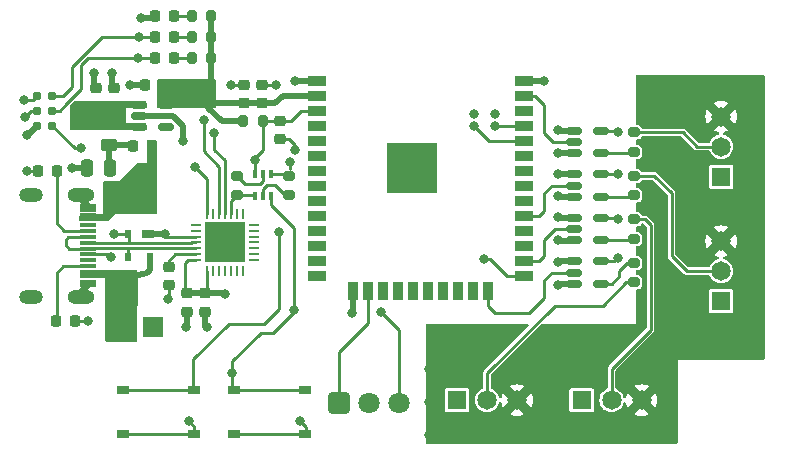
<source format=gbr>
%TF.GenerationSoftware,KiCad,Pcbnew,7.0.6-0*%
%TF.CreationDate,2023-10-23T20:39:10-04:00*%
%TF.ProjectId,wled-esp32-control-board,776c6564-2d65-4737-9033-322d636f6e74,B*%
%TF.SameCoordinates,Original*%
%TF.FileFunction,Copper,L1,Top*%
%TF.FilePolarity,Positive*%
%FSLAX46Y46*%
G04 Gerber Fmt 4.6, Leading zero omitted, Abs format (unit mm)*
G04 Created by KiCad (PCBNEW 7.0.6-0) date 2023-10-23 20:39:10*
%MOMM*%
%LPD*%
G01*
G04 APERTURE LIST*
G04 Aperture macros list*
%AMRoundRect*
0 Rectangle with rounded corners*
0 $1 Rounding radius*
0 $2 $3 $4 $5 $6 $7 $8 $9 X,Y pos of 4 corners*
0 Add a 4 corners polygon primitive as box body*
4,1,4,$2,$3,$4,$5,$6,$7,$8,$9,$2,$3,0*
0 Add four circle primitives for the rounded corners*
1,1,$1+$1,$2,$3*
1,1,$1+$1,$4,$5*
1,1,$1+$1,$6,$7*
1,1,$1+$1,$8,$9*
0 Add four rect primitives between the rounded corners*
20,1,$1+$1,$2,$3,$4,$5,0*
20,1,$1+$1,$4,$5,$6,$7,0*
20,1,$1+$1,$6,$7,$8,$9,0*
20,1,$1+$1,$8,$9,$2,$3,0*%
G04 Aperture macros list end*
%TA.AperFunction,SMDPad,CuDef*%
%ADD10R,1.400000X0.300000*%
%TD*%
%TA.AperFunction,ComponentPad*%
%ADD11O,2.300000X1.200000*%
%TD*%
%TA.AperFunction,ComponentPad*%
%ADD12O,2.000000X1.200000*%
%TD*%
%TA.AperFunction,SMDPad,CuDef*%
%ADD13RoundRect,0.200000X-0.200000X-0.275000X0.200000X-0.275000X0.200000X0.275000X-0.200000X0.275000X0*%
%TD*%
%TA.AperFunction,SMDPad,CuDef*%
%ADD14RoundRect,0.225000X-0.250000X0.225000X-0.250000X-0.225000X0.250000X-0.225000X0.250000X0.225000X0*%
%TD*%
%TA.AperFunction,SMDPad,CuDef*%
%ADD15R,1.000000X0.700000*%
%TD*%
%TA.AperFunction,SMDPad,CuDef*%
%ADD16R,0.600000X0.700000*%
%TD*%
%TA.AperFunction,SMDPad,CuDef*%
%ADD17RoundRect,0.218750X-0.218750X-0.256250X0.218750X-0.256250X0.218750X0.256250X-0.218750X0.256250X0*%
%TD*%
%TA.AperFunction,ComponentPad*%
%ADD18R,1.700000X1.700000*%
%TD*%
%TA.AperFunction,ComponentPad*%
%ADD19O,1.700000X1.700000*%
%TD*%
%TA.AperFunction,SMDPad,CuDef*%
%ADD20RoundRect,0.225000X0.250000X-0.225000X0.250000X0.225000X-0.250000X0.225000X-0.250000X-0.225000X0*%
%TD*%
%TA.AperFunction,SMDPad,CuDef*%
%ADD21C,0.787000*%
%TD*%
%TA.AperFunction,SMDPad,CuDef*%
%ADD22RoundRect,0.200000X0.200000X0.275000X-0.200000X0.275000X-0.200000X-0.275000X0.200000X-0.275000X0*%
%TD*%
%TA.AperFunction,ComponentPad*%
%ADD23R,1.650000X1.650000*%
%TD*%
%TA.AperFunction,ComponentPad*%
%ADD24C,1.650000*%
%TD*%
%TA.AperFunction,ComponentPad*%
%ADD25RoundRect,0.250200X-0.649800X-0.649800X0.649800X-0.649800X0.649800X0.649800X-0.649800X0.649800X0*%
%TD*%
%TA.AperFunction,ComponentPad*%
%ADD26C,1.800000*%
%TD*%
%TA.AperFunction,SMDPad,CuDef*%
%ADD27RoundRect,0.200000X-0.275000X0.200000X-0.275000X-0.200000X0.275000X-0.200000X0.275000X0.200000X0*%
%TD*%
%TA.AperFunction,SMDPad,CuDef*%
%ADD28RoundRect,0.200000X0.275000X-0.200000X0.275000X0.200000X-0.275000X0.200000X-0.275000X-0.200000X0*%
%TD*%
%TA.AperFunction,SMDPad,CuDef*%
%ADD29RoundRect,0.150000X-0.512500X-0.150000X0.512500X-0.150000X0.512500X0.150000X-0.512500X0.150000X0*%
%TD*%
%TA.AperFunction,SMDPad,CuDef*%
%ADD30R,0.400000X0.650000*%
%TD*%
%TA.AperFunction,SMDPad,CuDef*%
%ADD31RoundRect,0.250000X0.250000X0.475000X-0.250000X0.475000X-0.250000X-0.475000X0.250000X-0.475000X0*%
%TD*%
%TA.AperFunction,SMDPad,CuDef*%
%ADD32R,1.000000X0.750000*%
%TD*%
%TA.AperFunction,SMDPad,CuDef*%
%ADD33RoundRect,0.218750X0.218750X0.256250X-0.218750X0.256250X-0.218750X-0.256250X0.218750X-0.256250X0*%
%TD*%
%TA.AperFunction,SMDPad,CuDef*%
%ADD34RoundRect,0.250000X0.450000X-0.262500X0.450000X0.262500X-0.450000X0.262500X-0.450000X-0.262500X0*%
%TD*%
%TA.AperFunction,SMDPad,CuDef*%
%ADD35RoundRect,0.225000X0.225000X0.250000X-0.225000X0.250000X-0.225000X-0.250000X0.225000X-0.250000X0*%
%TD*%
%TA.AperFunction,SMDPad,CuDef*%
%ADD36RoundRect,0.062500X-0.337500X-0.062500X0.337500X-0.062500X0.337500X0.062500X-0.337500X0.062500X0*%
%TD*%
%TA.AperFunction,SMDPad,CuDef*%
%ADD37RoundRect,0.062500X-0.062500X-0.337500X0.062500X-0.337500X0.062500X0.337500X-0.062500X0.337500X0*%
%TD*%
%TA.AperFunction,SMDPad,CuDef*%
%ADD38R,3.350000X3.350000*%
%TD*%
%TA.AperFunction,SMDPad,CuDef*%
%ADD39RoundRect,0.225000X-0.225000X-0.250000X0.225000X-0.250000X0.225000X0.250000X-0.225000X0.250000X0*%
%TD*%
%TA.AperFunction,SMDPad,CuDef*%
%ADD40R,1.500000X0.900000*%
%TD*%
%TA.AperFunction,SMDPad,CuDef*%
%ADD41R,0.900000X1.500000*%
%TD*%
%TA.AperFunction,SMDPad,CuDef*%
%ADD42R,1.050000X1.050000*%
%TD*%
%TA.AperFunction,ComponentPad*%
%ADD43C,0.475000*%
%TD*%
%TA.AperFunction,SMDPad,CuDef*%
%ADD44R,4.200000X4.200000*%
%TD*%
%TA.AperFunction,ViaPad*%
%ADD45C,0.800000*%
%TD*%
%TA.AperFunction,Conductor*%
%ADD46C,0.250000*%
%TD*%
%TA.AperFunction,Conductor*%
%ADD47C,0.500000*%
%TD*%
%TA.AperFunction,Conductor*%
%ADD48C,0.267200*%
%TD*%
G04 APERTURE END LIST*
D10*
%TO.P,J201,A1,GND*%
%TO.N,GND*%
X105006000Y-87323000D03*
%TO.P,J201,A4,VBUS*%
%TO.N,VCC*%
X105006000Y-88123000D03*
%TO.P,J201,A5,CC1*%
%TO.N,Net-(J201-CC1)*%
X105006000Y-89423000D03*
%TO.P,J201,A6,D+*%
%TO.N,/USB-TTL-AutoProgram/D_P*%
X105006000Y-90423000D03*
%TO.P,J201,A7,D-*%
%TO.N,/USB-TTL-AutoProgram/D_N*%
X105006000Y-90923000D03*
%TO.P,J201,A8,SBU1*%
%TO.N,unconnected-(J201-SBU1-PadA8)*%
X105006000Y-91923000D03*
%TO.P,J201,A9,VBUS*%
%TO.N,VCC*%
X105006000Y-93223000D03*
%TO.P,J201,A12,GND*%
%TO.N,GND*%
X105006000Y-94023000D03*
%TO.P,J201,B1,GND*%
X105006000Y-93723000D03*
%TO.P,J201,B4,VBUS*%
%TO.N,VCC*%
X105006000Y-92923000D03*
%TO.P,J201,B5,CC2*%
%TO.N,Net-(J201-CC2)*%
X105006000Y-92423000D03*
%TO.P,J201,B6,D+*%
%TO.N,/USB-TTL-AutoProgram/D_P*%
X105006000Y-91423000D03*
%TO.P,J201,B7,D-*%
%TO.N,/USB-TTL-AutoProgram/D_N*%
X105006000Y-89923000D03*
%TO.P,J201,B8,SBU2*%
%TO.N,unconnected-(J201-SBU2-PadB8)*%
X105006000Y-88923000D03*
%TO.P,J201,B9,VBUS*%
%TO.N,VCC*%
X105006000Y-88423000D03*
%TO.P,J201,B12,GND*%
%TO.N,GND*%
X105006000Y-87623000D03*
D11*
%TO.P,J201,S1,SHIELD*%
X104431000Y-86348000D03*
D12*
X100156000Y-86348000D03*
D11*
X104431000Y-94998000D03*
D12*
X100156000Y-94998000D03*
%TD*%
D13*
%TO.P,R101,1*%
%TO.N,+3.3V*%
X118174000Y-80137000D03*
%TO.P,R101,2*%
%TO.N,/EN*%
X119824000Y-80137000D03*
%TD*%
D14*
%TO.P,C403,1*%
%TO.N,+5V*%
X114935000Y-94729000D03*
%TO.P,C403,2*%
%TO.N,GND*%
X114935000Y-96279000D03*
%TD*%
D15*
%TO.P,D201,1,A*%
%TO.N,GND*%
X110097000Y-89678000D03*
D16*
%TO.P,D201,2,K*%
%TO.N,/USB-TTL-AutoProgram/D_P*%
X108397000Y-89678000D03*
%TO.P,D201,3,K*%
%TO.N,/USB-TTL-AutoProgram/D_N*%
X108397000Y-91678000D03*
%TO.P,D201,4,K*%
%TO.N,VCC*%
X110297000Y-91678000D03*
%TD*%
D14*
%TO.P,C301,1*%
%TO.N,GND*%
X105664000Y-77304600D03*
%TO.P,C301,2*%
%TO.N,+5V*%
X105664000Y-78854600D03*
%TD*%
D17*
%TO.P,LED102,1,K*%
%TO.N,/ESP_RX*%
X110715000Y-73025000D03*
%TO.P,LED102,2,A*%
%TO.N,Net-(LED102-A)*%
X112290000Y-73025000D03*
%TD*%
D18*
%TO.P,SW101,1,A*%
%TO.N,/LED_PWR*%
X110495000Y-97536000D03*
D19*
%TO.P,SW101,2,B*%
%TO.N,VCC*%
X107955000Y-97536000D03*
%TD*%
D20*
%TO.P,C102,1*%
%TO.N,+3.3V*%
X119761000Y-78626000D03*
%TO.P,C102,2*%
%TO.N,GND*%
X119761000Y-77076000D03*
%TD*%
D14*
%TO.P,C402,1*%
%TO.N,+5V*%
X113411000Y-94729000D03*
%TO.P,C402,2*%
%TO.N,GND*%
X113411000Y-96279000D03*
%TD*%
D21*
%TO.P,J105,1,Pin_1*%
%TO.N,/EN*%
X101981000Y-80518000D03*
%TO.P,J105,2,Pin_2*%
%TO.N,+5V*%
X100711000Y-80518000D03*
%TO.P,J105,3,Pin_3*%
%TO.N,/ESP_TX*%
X101981000Y-79248000D03*
%TO.P,J105,4,Pin_4*%
%TO.N,GND*%
X100711000Y-79248000D03*
%TO.P,J105,5,Pin_5*%
%TO.N,/ESP_RX*%
X101981000Y-77978000D03*
%TO.P,J105,6,Pin_6*%
%TO.N,/IO0*%
X100711000Y-77978000D03*
%TD*%
D17*
%TO.P,LED101,1,K*%
%TO.N,/ESP_TX*%
X110715000Y-74803000D03*
%TO.P,LED101,2,A*%
%TO.N,Net-(LED101-A)*%
X112290000Y-74803000D03*
%TD*%
D22*
%TO.P,R107,1*%
%TO.N,+3.3V*%
X115452000Y-71247000D03*
%TO.P,R107,2*%
%TO.N,Net-(LED103-A)*%
X113802000Y-71247000D03*
%TD*%
D23*
%TO.P,J104,1,Pin_1*%
%TO.N,GND*%
X136271000Y-103759000D03*
D24*
%TO.P,J104,2,Pin_2*%
%TO.N,Net-(J104-Pin_2)*%
X138811000Y-103759000D03*
%TO.P,J104,3,Pin_3*%
%TO.N,/LED_PWR*%
X141351000Y-103759000D03*
%TD*%
D25*
%TO.P,U106,1,OUT*%
%TO.N,/IR_RECV*%
X126238000Y-104013000D03*
D26*
%TO.P,U106,2,GND*%
%TO.N,GND*%
X128778000Y-104013000D03*
%TO.P,U106,3,Vs*%
%TO.N,+3.3V*%
X131318000Y-104013000D03*
%TD*%
D23*
%TO.P,J102,1,Pin_1*%
%TO.N,GND*%
X158623000Y-95377000D03*
D24*
%TO.P,J102,2,Pin_2*%
%TO.N,Net-(J102-Pin_2)*%
X158623000Y-92837000D03*
%TO.P,J102,3,Pin_3*%
%TO.N,/LED_PWR*%
X158623000Y-90297000D03*
%TD*%
D22*
%TO.P,R105,1*%
%TO.N,+3.3V*%
X115443000Y-73025000D03*
%TO.P,R105,2*%
%TO.N,Net-(LED102-A)*%
X113793000Y-73025000D03*
%TD*%
D23*
%TO.P,J101,1,Pin_1*%
%TO.N,GND*%
X158623000Y-84836000D03*
D24*
%TO.P,J101,2,Pin_2*%
%TO.N,Net-(J101-Pin_2)*%
X158623000Y-82296000D03*
%TO.P,J101,3,Pin_3*%
%TO.N,/LED_PWR*%
X158623000Y-79756000D03*
%TD*%
D27*
%TO.P,R108,1*%
%TO.N,Net-(R108-Pad1)*%
X151257000Y-92139000D03*
%TO.P,R108,2*%
%TO.N,Net-(J104-Pin_2)*%
X151257000Y-93789000D03*
%TD*%
D28*
%TO.P,R103,1*%
%TO.N,Net-(R103-Pad1)*%
X151257000Y-86423000D03*
%TO.P,R103,2*%
%TO.N,Net-(J102-Pin_2)*%
X151257000Y-84773000D03*
%TD*%
D20*
%TO.P,C101,1*%
%TO.N,+3.3V*%
X118237000Y-78626000D03*
%TO.P,C101,2*%
%TO.N,GND*%
X118237000Y-77076000D03*
%TD*%
D28*
%TO.P,R106,1*%
%TO.N,Net-(R106-Pad1)*%
X151257000Y-90106000D03*
%TO.P,R106,2*%
%TO.N,Net-(J103-Pin_2)*%
X151257000Y-88456000D03*
%TD*%
D20*
%TO.P,C202,1*%
%TO.N,+5V*%
X107188000Y-78854600D03*
%TO.P,C202,2*%
%TO.N,GND*%
X107188000Y-77304600D03*
%TD*%
D29*
%TO.P,U101,1*%
%TO.N,GND*%
X146182500Y-80965000D03*
%TO.P,U101,2*%
%TO.N,/LED0*%
X146182500Y-81915000D03*
%TO.P,U101,3,GND*%
%TO.N,GND*%
X146182500Y-82865000D03*
%TO.P,U101,4*%
%TO.N,Net-(R102-Pad1)*%
X148457500Y-82865000D03*
%TO.P,U101,5,VCC*%
%TO.N,+5V*%
X148457500Y-80965000D03*
%TD*%
%TO.P,U102,1*%
%TO.N,GND*%
X146182500Y-84648000D03*
%TO.P,U102,2*%
%TO.N,/LED1*%
X146182500Y-85598000D03*
%TO.P,U102,3,GND*%
%TO.N,GND*%
X146182500Y-86548000D03*
%TO.P,U102,4*%
%TO.N,Net-(R103-Pad1)*%
X148457500Y-86548000D03*
%TO.P,U102,5,VCC*%
%TO.N,+5V*%
X148457500Y-84648000D03*
%TD*%
D14*
%TO.P,C401,1*%
%TO.N,Net-(U401-VDD)*%
X111861600Y-92468400D03*
%TO.P,C401,2*%
%TO.N,GND*%
X111861600Y-94018400D03*
%TD*%
D30*
%TO.P,Q401,1,E1*%
%TO.N,/USB-TTL-AutoProgram/RTS*%
X119187200Y-86485204D03*
%TO.P,Q401,2,B1*%
%TO.N,Net-(Q401A-B1)*%
X119837200Y-86485204D03*
%TO.P,Q401,3,C2*%
%TO.N,/IO0*%
X120487200Y-86485204D03*
%TO.P,Q401,4,E2*%
%TO.N,/USB-TTL-AutoProgram/DTR*%
X120487200Y-84585204D03*
%TO.P,Q401,5,B2*%
%TO.N,Net-(Q401B-B2)*%
X119837200Y-84585204D03*
%TO.P,Q401,6,C1*%
%TO.N,/EN*%
X119187200Y-84585204D03*
%TD*%
D31*
%TO.P,C201,1*%
%TO.N,Net-(C201-Pad1)*%
X106868000Y-84074000D03*
%TO.P,C201,2*%
%TO.N,GND*%
X104968000Y-84074000D03*
%TD*%
D32*
%TO.P,SW105,1,1*%
%TO.N,/IO0*%
X117396000Y-102900000D03*
X123396000Y-102900000D03*
%TO.P,SW105,2,2*%
%TO.N,GND*%
X117396000Y-106650000D03*
X123396000Y-106650000D03*
%TD*%
D33*
%TO.P,F201,1*%
%TO.N,VCC*%
X110413900Y-82245200D03*
%TO.P,F201,2*%
%TO.N,Net-(C201-Pad1)*%
X108838900Y-82245200D03*
%TD*%
D29*
%TO.P,U105,1*%
%TO.N,GND*%
X146182500Y-92014000D03*
%TO.P,U105,2*%
%TO.N,/LED3*%
X146182500Y-92964000D03*
%TO.P,U105,3,GND*%
%TO.N,GND*%
X146182500Y-93914000D03*
%TO.P,U105,4*%
%TO.N,Net-(R108-Pad1)*%
X148457500Y-93914000D03*
%TO.P,U105,5,VCC*%
%TO.N,+5V*%
X148457500Y-92014000D03*
%TD*%
D34*
%TO.P,FB201,1*%
%TO.N,Net-(C201-Pad1)*%
X106781600Y-82192500D03*
%TO.P,FB201,2*%
%TO.N,+5V*%
X106781600Y-80367500D03*
%TD*%
D35*
%TO.P,R201,1*%
%TO.N,GND*%
X103899000Y-97028000D03*
%TO.P,R201,2*%
%TO.N,Net-(J201-CC2)*%
X102349000Y-97028000D03*
%TD*%
D27*
%TO.P,R402,1*%
%TO.N,Net-(Q401B-B2)*%
X117602000Y-84761004D03*
%TO.P,R402,2*%
%TO.N,/USB-TTL-AutoProgram/RTS*%
X117602000Y-86411004D03*
%TD*%
D29*
%TO.P,U301,1,VIN*%
%TO.N,+5V*%
X109352500Y-78745000D03*
%TO.P,U301,2,GND*%
%TO.N,GND*%
X109352500Y-79695000D03*
%TO.P,U301,3,CE*%
%TO.N,+5V*%
X109352500Y-80645000D03*
%TO.P,U301,4,NC*%
%TO.N,unconnected-(U301-NC-Pad4)*%
X111627500Y-80645000D03*
%TO.P,U301,5,VOUT*%
%TO.N,+3.3V*%
X111627500Y-78745000D03*
%TD*%
D23*
%TO.P,J103,1,Pin_1*%
%TO.N,GND*%
X146812000Y-103759000D03*
D24*
%TO.P,J103,2,Pin_2*%
%TO.N,Net-(J103-Pin_2)*%
X149352000Y-103759000D03*
%TO.P,J103,3,Pin_3*%
%TO.N,/LED_PWR*%
X151892000Y-103759000D03*
%TD*%
D36*
%TO.P,U401,1,~{DCD}*%
%TO.N,unconnected-(U401-~{DCD}-Pad1)*%
X114161400Y-88911000D03*
%TO.P,U401,2,~{RI}/CLK*%
%TO.N,unconnected-(U401-~{RI}{slash}CLK-Pad2)*%
X114161400Y-89411000D03*
%TO.P,U401,3,GND*%
%TO.N,GND*%
X114161400Y-89911000D03*
%TO.P,U401,4,D+*%
%TO.N,/USB-TTL-AutoProgram/D_P*%
X114161400Y-90411000D03*
%TO.P,U401,5,D-*%
%TO.N,/USB-TTL-AutoProgram/D_N*%
X114161400Y-90911000D03*
%TO.P,U401,6,VDD*%
%TO.N,Net-(U401-VDD)*%
X114161400Y-91411000D03*
%TO.P,U401,7,VREGIN*%
%TO.N,+5V*%
X114161400Y-91911000D03*
D37*
%TO.P,U401,8,VBUS*%
X115111400Y-92861000D03*
%TO.P,U401,9,~{RST}*%
%TO.N,unconnected-(U401-~{RST}-Pad9)*%
X115611400Y-92861000D03*
%TO.P,U401,10,NC*%
%TO.N,unconnected-(U401-NC-Pad10)*%
X116111400Y-92861000D03*
%TO.P,U401,11,~{SUSPEND}*%
%TO.N,unconnected-(U401-~{SUSPEND}-Pad11)*%
X116611400Y-92861000D03*
%TO.P,U401,12,SUSPEND*%
%TO.N,unconnected-(U401-SUSPEND-Pad12)*%
X117111400Y-92861000D03*
%TO.P,U401,13,CHREN*%
%TO.N,unconnected-(U401-CHREN-Pad13)*%
X117611400Y-92861000D03*
%TO.P,U401,14,CHR1*%
%TO.N,unconnected-(U401-CHR1-Pad14)*%
X118111400Y-92861000D03*
D36*
%TO.P,U401,15,CHR0*%
%TO.N,unconnected-(U401-CHR0-Pad15)*%
X119061400Y-91911000D03*
%TO.P,U401,16,~{WAKEUP}/GPIO.3*%
%TO.N,unconnected-(U401-~{WAKEUP}{slash}GPIO.3-Pad16)*%
X119061400Y-91411000D03*
%TO.P,U401,17,RS485/GPIO.2*%
%TO.N,unconnected-(U401-RS485{slash}GPIO.2-Pad17)*%
X119061400Y-90911000D03*
%TO.P,U401,18,~{RXT}/GPIO.1*%
%TO.N,unconnected-(U401-~{RXT}{slash}GPIO.1-Pad18)*%
X119061400Y-90411000D03*
%TO.P,U401,19,~{TXT}/GPIO.0*%
%TO.N,unconnected-(U401-~{TXT}{slash}GPIO.0-Pad19)*%
X119061400Y-89911000D03*
%TO.P,U401,20,GPIO.6*%
%TO.N,unconnected-(U401-GPIO.6-Pad20)*%
X119061400Y-89411000D03*
%TO.P,U401,21,GPIO.5*%
%TO.N,unconnected-(U401-GPIO.5-Pad21)*%
X119061400Y-88911000D03*
D37*
%TO.P,U401,22,GPIO.4*%
%TO.N,unconnected-(U401-GPIO.4-Pad22)*%
X118111400Y-87961000D03*
%TO.P,U401,23,~{CTS}*%
%TO.N,unconnected-(U401-~{CTS}-Pad23)*%
X117611400Y-87961000D03*
%TO.P,U401,24,~{RTS}*%
%TO.N,/USB-TTL-AutoProgram/RTS*%
X117111400Y-87961000D03*
%TO.P,U401,25,RXD*%
%TO.N,/ESP_TX*%
X116611400Y-87961000D03*
%TO.P,U401,26,TXD*%
%TO.N,/ESP_RX*%
X116111400Y-87961000D03*
%TO.P,U401,27,~{DSR}*%
%TO.N,unconnected-(U401-~{DSR}-Pad27)*%
X115611400Y-87961000D03*
%TO.P,U401,28,~{DTR}*%
%TO.N,/USB-TTL-AutoProgram/DTR*%
X115111400Y-87961000D03*
D38*
%TO.P,U401,29,GND*%
%TO.N,GND*%
X116611400Y-90411000D03*
%TD*%
D39*
%TO.P,R202,1*%
%TO.N,GND*%
X100825000Y-84328000D03*
%TO.P,R202,2*%
%TO.N,Net-(J201-CC1)*%
X102375000Y-84328000D03*
%TD*%
D14*
%TO.P,C104,1*%
%TO.N,/EN*%
X121285000Y-80124000D03*
%TO.P,C104,2*%
%TO.N,GND*%
X121285000Y-81674000D03*
%TD*%
D29*
%TO.P,U104,1*%
%TO.N,GND*%
X146182500Y-88331000D03*
%TO.P,U104,2*%
%TO.N,/LED2*%
X146182500Y-89281000D03*
%TO.P,U104,3,GND*%
%TO.N,GND*%
X146182500Y-90231000D03*
%TO.P,U104,4*%
%TO.N,Net-(R106-Pad1)*%
X148457500Y-90231000D03*
%TO.P,U104,5,VCC*%
%TO.N,+5V*%
X148457500Y-88331000D03*
%TD*%
D17*
%TO.P,LED103,1,K*%
%TO.N,GND*%
X110690000Y-71247000D03*
%TO.P,LED103,2,A*%
%TO.N,Net-(LED103-A)*%
X112265000Y-71247000D03*
%TD*%
D28*
%TO.P,R102,1*%
%TO.N,Net-(R102-Pad1)*%
X151257000Y-82740000D03*
%TO.P,R102,2*%
%TO.N,Net-(J101-Pin_2)*%
X151257000Y-81090000D03*
%TD*%
D35*
%TO.P,C302,1*%
%TO.N,+3.3V*%
X111366600Y-77063600D03*
%TO.P,C302,2*%
%TO.N,GND*%
X109816600Y-77063600D03*
%TD*%
D32*
%TO.P,SW103,1,1*%
%TO.N,/EN*%
X107998000Y-102900000D03*
X113998000Y-102900000D03*
%TO.P,SW103,2,2*%
%TO.N,GND*%
X107998000Y-106650000D03*
X113998000Y-106650000D03*
%TD*%
D28*
%TO.P,R401,1*%
%TO.N,Net-(Q401A-B1)*%
X122072400Y-86396204D03*
%TO.P,R401,2*%
%TO.N,/USB-TTL-AutoProgram/DTR*%
X122072400Y-84746204D03*
%TD*%
D40*
%TO.P,U103,1,GND*%
%TO.N,GND*%
X124398500Y-76733000D03*
%TO.P,U103,2,VDD*%
%TO.N,+3.3V*%
X124398500Y-78003000D03*
%TO.P,U103,3,EN*%
%TO.N,/EN*%
X124398500Y-79273000D03*
%TO.P,U103,4,SENSOR_VP*%
%TO.N,unconnected-(U103-SENSOR_VP-Pad4)*%
X124398500Y-80543000D03*
%TO.P,U103,5,SENSOR_VN*%
%TO.N,unconnected-(U103-SENSOR_VN-Pad5)*%
X124398500Y-81813000D03*
%TO.P,U103,6,IO34*%
%TO.N,unconnected-(U103-IO34-Pad6)*%
X124398500Y-83083000D03*
%TO.P,U103,7,IO35*%
%TO.N,unconnected-(U103-IO35-Pad7)*%
X124398500Y-84353000D03*
%TO.P,U103,8,IO32*%
%TO.N,unconnected-(U103-IO32-Pad8)*%
X124398500Y-85623000D03*
%TO.P,U103,9,IO33*%
%TO.N,unconnected-(U103-IO33-Pad9)*%
X124398500Y-86893000D03*
%TO.P,U103,10,IO25*%
%TO.N,unconnected-(U103-IO25-Pad10)*%
X124398500Y-88163000D03*
%TO.P,U103,11,IO26*%
%TO.N,unconnected-(U103-IO26-Pad11)*%
X124398500Y-89433000D03*
%TO.P,U103,12,IO27*%
%TO.N,unconnected-(U103-IO27-Pad12)*%
X124398500Y-90703000D03*
%TO.P,U103,13,IO14*%
%TO.N,unconnected-(U103-IO14-Pad13)*%
X124398500Y-91973000D03*
%TO.P,U103,14,IO12*%
%TO.N,unconnected-(U103-IO12-Pad14)*%
X124398500Y-93243000D03*
D41*
%TO.P,U103,15,GND*%
%TO.N,GND*%
X127438500Y-94493000D03*
%TO.P,U103,16,IO13*%
%TO.N,/IR_RECV*%
X128708500Y-94493000D03*
%TO.P,U103,17,SHD/SD2*%
%TO.N,unconnected-(U103-SHD{slash}SD2-Pad17)*%
X129978500Y-94493000D03*
%TO.P,U103,18,SWP/SD3*%
%TO.N,unconnected-(U103-SWP{slash}SD3-Pad18)*%
X131248500Y-94493000D03*
%TO.P,U103,19,SCS/CMD*%
%TO.N,unconnected-(U103-SCS{slash}CMD-Pad19)*%
X132518500Y-94493000D03*
%TO.P,U103,20,SCK/CLK*%
%TO.N,unconnected-(U103-SCK{slash}CLK-Pad20)*%
X133788500Y-94493000D03*
%TO.P,U103,21,SDO/SD0*%
%TO.N,unconnected-(U103-SDO{slash}SD0-Pad21)*%
X135058500Y-94493000D03*
%TO.P,U103,22,SDI/SD1*%
%TO.N,unconnected-(U103-SDI{slash}SD1-Pad22)*%
X136328500Y-94493000D03*
%TO.P,U103,23,IO15*%
%TO.N,unconnected-(U103-IO15-Pad23)*%
X137598500Y-94493000D03*
%TO.P,U103,24,IO2*%
%TO.N,/LED3*%
X138868500Y-94493000D03*
D40*
%TO.P,U103,25,IO0*%
%TO.N,/IO0*%
X141898500Y-93243000D03*
%TO.P,U103,26,IO4*%
%TO.N,/LED2*%
X141898500Y-91973000D03*
%TO.P,U103,27,IO16*%
%TO.N,unconnected-(U103-IO16-Pad27)*%
X141898500Y-90703000D03*
%TO.P,U103,28,IO17*%
%TO.N,unconnected-(U103-IO17-Pad28)*%
X141898500Y-89433000D03*
%TO.P,U103,29,IO5*%
%TO.N,/LED1*%
X141898500Y-88163000D03*
%TO.P,U103,30,IO18*%
%TO.N,unconnected-(U103-IO18-Pad30)*%
X141898500Y-86893000D03*
%TO.P,U103,31,IO19*%
%TO.N,unconnected-(U103-IO19-Pad31)*%
X141898500Y-85623000D03*
%TO.P,U103,32,NC*%
%TO.N,unconnected-(U103-NC-Pad32)*%
X141898500Y-84353000D03*
%TO.P,U103,33,IO21*%
%TO.N,unconnected-(U103-IO21-Pad33)*%
X141898500Y-83083000D03*
%TO.P,U103,34,RXD0/IO3*%
%TO.N,/ESP_RX*%
X141898500Y-81813000D03*
%TO.P,U103,35,TXD0/IO1*%
%TO.N,/ESP_TX*%
X141898500Y-80543000D03*
%TO.P,U103,36,IO22*%
%TO.N,unconnected-(U103-IO22-Pad36)*%
X141898500Y-79273000D03*
%TO.P,U103,37,IO23*%
%TO.N,/LED0*%
X141898500Y-78003000D03*
%TO.P,U103,38,GND*%
%TO.N,GND*%
X141898500Y-76733000D03*
D42*
%TO.P,U103,39,GND*%
X130943500Y-82548000D03*
D43*
X130943500Y-83310500D03*
D42*
X130943500Y-84073000D03*
D43*
X130943500Y-84835500D03*
D42*
X130943500Y-85598000D03*
D43*
X131706000Y-82548000D03*
X131706000Y-84073000D03*
X131706000Y-85598000D03*
D42*
X132468500Y-82548000D03*
D43*
X132468500Y-83310500D03*
D42*
X132468500Y-84073000D03*
D44*
X132468500Y-84073000D03*
D43*
X132468500Y-84835500D03*
D42*
X132468500Y-85598000D03*
D43*
X133231000Y-82548000D03*
X133231000Y-84073000D03*
X133231000Y-85598000D03*
D42*
X133993500Y-82548000D03*
D43*
X133993500Y-83310500D03*
D42*
X133993500Y-84073000D03*
D43*
X133993500Y-84835500D03*
D42*
X133993500Y-85598000D03*
%TD*%
D22*
%TO.P,R104,1*%
%TO.N,+3.3V*%
X115443000Y-74803000D03*
%TO.P,R104,2*%
%TO.N,Net-(LED101-A)*%
X113793000Y-74803000D03*
%TD*%
D45*
%TO.N,+3.3V*%
X129794000Y-96266000D03*
X115062000Y-78486000D03*
%TO.N,GND*%
X113030000Y-81788000D03*
X117094000Y-77089000D03*
X139446000Y-79518497D03*
X144780000Y-82804000D03*
X144780000Y-80899000D03*
X122936000Y-105537000D03*
X108559600Y-77063200D03*
X144780000Y-93980000D03*
X144780000Y-92075000D03*
X105029000Y-97028000D03*
X120904000Y-77089000D03*
X113284000Y-97536000D03*
X99822000Y-84328000D03*
X144780000Y-86487000D03*
X117094000Y-89789000D03*
X144780000Y-84582000D03*
X113538000Y-105537000D03*
X144780000Y-90170000D03*
X122555000Y-82550000D03*
X111836200Y-95173800D03*
X143637000Y-76708000D03*
X127381000Y-96393000D03*
X105537000Y-76073000D03*
X144780000Y-88265000D03*
X109474000Y-71374000D03*
X111506000Y-89662000D03*
X137693449Y-79493048D03*
X107061000Y-76073000D03*
X99657500Y-79756000D03*
X115062000Y-97536000D03*
X103632000Y-84074000D03*
X116078000Y-90932000D03*
X122555000Y-76708000D03*
%TO.N,+5V*%
X149860000Y-81026000D03*
X99822000Y-81280000D03*
X149860000Y-88392000D03*
X104521000Y-79248000D03*
X105283000Y-80264000D03*
X149860000Y-84582000D03*
X116586000Y-94742000D03*
X149860000Y-91694000D03*
X104013000Y-80264000D03*
%TO.N,/EN*%
X121158000Y-89535000D03*
X104394000Y-82423000D03*
X119187200Y-83439000D03*
%TO.N,/IO0*%
X117221000Y-101473000D03*
X99568000Y-78359000D03*
X122428000Y-96139000D03*
X138557000Y-91821000D03*
%TO.N,/USB-TTL-AutoProgram/D_P*%
X106934000Y-91644100D03*
X107205174Y-89679174D03*
%TO.N,VCC*%
X108585000Y-93345000D03*
X107442000Y-94488000D03*
X108585000Y-94488000D03*
X107442000Y-86995000D03*
X109728000Y-86995000D03*
X107442000Y-93345000D03*
X108585000Y-86995000D03*
X108585000Y-85852000D03*
X107442000Y-85852000D03*
%TO.N,/ESP_TX*%
X139446000Y-80518000D03*
X115697000Y-81153000D03*
X109220000Y-74803000D03*
%TO.N,/ESP_RX*%
X109347000Y-73025000D03*
X137668000Y-80518000D03*
X114808000Y-80010000D03*
%TO.N,/USB-TTL-AutoProgram/DTR*%
X114109500Y-84010500D03*
X122148600Y-83566000D03*
%TO.N,/LED_PWR*%
X144018000Y-106680000D03*
X144018000Y-103886000D03*
X158496000Y-99060000D03*
X161290000Y-87630000D03*
X133858000Y-103886000D03*
X161290000Y-99060000D03*
X158496000Y-77216000D03*
X133858000Y-101092000D03*
X144018000Y-101092000D03*
X158496000Y-87630000D03*
X155702000Y-77216000D03*
X155702000Y-87630000D03*
X133858000Y-106680000D03*
X161290000Y-77216000D03*
X155702000Y-99060000D03*
%TD*%
D46*
%TO.N,+3.3V*%
X115062000Y-78486000D02*
X114803000Y-78745000D01*
X114803000Y-78745000D02*
X113416000Y-78745000D01*
X113416000Y-78745000D02*
X113411000Y-78740000D01*
X113411000Y-78740000D02*
X113406000Y-78745000D01*
X113406000Y-78745000D02*
X111627500Y-78745000D01*
D47*
X115202000Y-78626000D02*
X115202000Y-79007000D01*
X115202000Y-79007000D02*
X116332000Y-80137000D01*
X116332000Y-80137000D02*
X118174000Y-80137000D01*
D46*
%TO.N,/LED3*%
X138868500Y-94493000D02*
X138868500Y-95815500D01*
X138868500Y-95815500D02*
X139446000Y-96393000D01*
X144272000Y-92964000D02*
X146182500Y-92964000D01*
X142367000Y-96393000D02*
X143637000Y-95123000D01*
X143637000Y-95123000D02*
X143637000Y-93599000D01*
X139446000Y-96393000D02*
X142367000Y-96393000D01*
X143637000Y-93599000D02*
X144272000Y-92964000D01*
D48*
%TO.N,+5V*%
X149860000Y-91694000D02*
X149540000Y-92014000D01*
X149540000Y-92014000D02*
X148457500Y-92014000D01*
D46*
%TO.N,Net-(R108-Pad1)*%
X150685000Y-92139000D02*
X150585000Y-92239000D01*
X150585000Y-92239000D02*
X150585000Y-92248305D01*
X151257000Y-92139000D02*
X150685000Y-92139000D01*
X150160305Y-92673000D02*
X150151000Y-92673000D01*
X150585000Y-92248305D02*
X150160305Y-92673000D01*
X150151000Y-92673000D02*
X149987000Y-92837000D01*
X149987000Y-92837000D02*
X149987000Y-93281500D01*
X149987000Y-93281500D02*
X149354500Y-93914000D01*
X149354500Y-93914000D02*
X148457500Y-93914000D01*
D47*
%TO.N,+3.3V*%
X119761000Y-78626000D02*
X120891000Y-78626000D01*
X120891000Y-78626000D02*
X121514000Y-78003000D01*
X121514000Y-78003000D02*
X124398500Y-78003000D01*
D46*
X115062000Y-78486000D02*
X115321000Y-78745000D01*
D47*
X115443000Y-71383000D02*
X115452000Y-71374000D01*
X115443000Y-74803000D02*
X115443000Y-71383000D01*
D46*
X129794000Y-96266000D02*
X131318000Y-97790000D01*
D47*
X115443000Y-74803000D02*
X115443000Y-77038200D01*
D46*
X131318000Y-97790000D02*
X131318000Y-104013000D01*
D47*
X118237000Y-78626000D02*
X119761000Y-78626000D01*
X115443000Y-77038200D02*
X115417600Y-77063600D01*
X115202000Y-78626000D02*
X118237000Y-78626000D01*
D46*
X115062000Y-78486000D02*
X115202000Y-78626000D01*
D47*
%TO.N,GND*%
X146182500Y-92014000D02*
X144841000Y-92014000D01*
D46*
X117107000Y-77076000D02*
X118237000Y-77076000D01*
D47*
X107061000Y-77177600D02*
X107188000Y-77304600D01*
X144841000Y-86548000D02*
X144780000Y-86487000D01*
D46*
X144846000Y-93914000D02*
X144780000Y-93980000D01*
X113998000Y-106650000D02*
X113998000Y-105997000D01*
X111861600Y-95148400D02*
X111861600Y-94018400D01*
D47*
X143612000Y-76733000D02*
X143637000Y-76708000D01*
X146182500Y-82865000D02*
X144841000Y-82865000D01*
X113411000Y-96279000D02*
X113411000Y-97409000D01*
X104431000Y-94598000D02*
X105006000Y-94023000D01*
D46*
X117094000Y-77089000D02*
X117107000Y-77076000D01*
X120904000Y-77089000D02*
X120891000Y-77076000D01*
X122555000Y-82169000D02*
X122555000Y-82550000D01*
D47*
X144846000Y-84648000D02*
X144780000Y-84582000D01*
X113411000Y-97409000D02*
X113284000Y-97536000D01*
X144846000Y-88331000D02*
X144780000Y-88265000D01*
X146182500Y-84648000D02*
X144846000Y-84648000D01*
D46*
X111836200Y-95173800D02*
X111861600Y-95148400D01*
X100165500Y-79248000D02*
X100711000Y-79248000D01*
X111755000Y-89911000D02*
X111506000Y-89662000D01*
X107998000Y-106650000D02*
X113998000Y-106650000D01*
D47*
X144841000Y-92014000D02*
X144780000Y-92075000D01*
D46*
X113998000Y-105997000D02*
X113538000Y-105537000D01*
D47*
X112188528Y-79695000D02*
X109352500Y-79695000D01*
X144780000Y-90170000D02*
X144907000Y-90297000D01*
D46*
X121285000Y-81674000D02*
X122060000Y-81674000D01*
D47*
X124398500Y-76733000D02*
X122580000Y-76733000D01*
D46*
X122060000Y-81674000D02*
X122555000Y-82169000D01*
X99657500Y-79756000D02*
X100165500Y-79248000D01*
D47*
X110690000Y-71374000D02*
X109474000Y-71374000D01*
X109816600Y-77063600D02*
X108560000Y-77063600D01*
X144846000Y-80965000D02*
X144780000Y-80899000D01*
X141898500Y-76733000D02*
X143612000Y-76733000D01*
X104431000Y-86348000D02*
X104431000Y-86748000D01*
X110097000Y-89678000D02*
X111490000Y-89678000D01*
D46*
X100825000Y-84328000D02*
X99822000Y-84328000D01*
D47*
X113030000Y-80536472D02*
X112188528Y-79695000D01*
X144907000Y-90297000D02*
X146116500Y-90297000D01*
X105537000Y-76073000D02*
X105537000Y-77177600D01*
D46*
X123444000Y-106045000D02*
X123444000Y-106602000D01*
D47*
X114935000Y-97409000D02*
X115062000Y-97536000D01*
D46*
X122936000Y-105537000D02*
X123444000Y-106045000D01*
D47*
X146182500Y-88331000D02*
X144846000Y-88331000D01*
X113030000Y-81788000D02*
X113030000Y-80536472D01*
X104431000Y-86748000D02*
X105006000Y-87323000D01*
X146116500Y-90297000D02*
X146182500Y-90231000D01*
X111490000Y-89678000D02*
X111506000Y-89662000D01*
X108560000Y-77063600D02*
X108559600Y-77063200D01*
X146182500Y-80965000D02*
X144846000Y-80965000D01*
X104431000Y-94998000D02*
X104431000Y-94598000D01*
D46*
X114161400Y-89911000D02*
X111755000Y-89911000D01*
D47*
X144841000Y-82865000D02*
X144780000Y-82804000D01*
D46*
X105029000Y-97028000D02*
X103899000Y-97028000D01*
X117396000Y-106650000D02*
X123396000Y-106650000D01*
D47*
X122580000Y-76733000D02*
X122555000Y-76708000D01*
X105537000Y-77177600D02*
X105664000Y-77304600D01*
D46*
X120891000Y-77076000D02*
X119761000Y-77076000D01*
D47*
X127438500Y-96335500D02*
X127438500Y-94493000D01*
X127381000Y-96393000D02*
X127438500Y-96335500D01*
X146182500Y-86548000D02*
X144841000Y-86548000D01*
X114935000Y-96279000D02*
X114935000Y-97409000D01*
X107061000Y-76073000D02*
X107061000Y-77177600D01*
X146182500Y-93914000D02*
X144846000Y-93914000D01*
X103632000Y-84074000D02*
X104968000Y-84074000D01*
D46*
%TO.N,+5V*%
X115111400Y-94552600D02*
X114935000Y-94729000D01*
D48*
X148457500Y-84648000D02*
X149794000Y-84648000D01*
D47*
X99949000Y-81280000D02*
X100711000Y-80518000D01*
D48*
X149799000Y-88331000D02*
X149860000Y-88392000D01*
X149799000Y-80965000D02*
X149860000Y-81026000D01*
D46*
X116573000Y-94729000D02*
X116586000Y-94742000D01*
X113207800Y-94525800D02*
X113411000Y-94729000D01*
D48*
X148457500Y-80965000D02*
X149799000Y-80965000D01*
D46*
X114161400Y-91911000D02*
X113473400Y-91911000D01*
D48*
X149794000Y-84648000D02*
X149860000Y-84582000D01*
D47*
X113411000Y-94729000D02*
X116573000Y-94729000D01*
D48*
X148457500Y-88331000D02*
X149799000Y-88331000D01*
D46*
X113207800Y-92176600D02*
X113207800Y-94525800D01*
X113473400Y-91911000D02*
X113207800Y-92176600D01*
D47*
X99822000Y-81280000D02*
X99949000Y-81280000D01*
D46*
X115111400Y-92861000D02*
X115111400Y-94552600D01*
%TO.N,/EN*%
X113932000Y-100317000D02*
X116967000Y-97282000D01*
X119824000Y-80187000D02*
X119824000Y-82614000D01*
X119824000Y-82614000D02*
X119187200Y-83250800D01*
X119187200Y-83250800D02*
X119187200Y-84585204D01*
X119774000Y-80137000D02*
X119824000Y-80187000D01*
X113998000Y-102900000D02*
X113932000Y-102834000D01*
X119888000Y-97282000D02*
X121158000Y-96012000D01*
X121158000Y-96012000D02*
X121158000Y-89535000D01*
X107998000Y-102900000D02*
X113998000Y-102900000D01*
X113932000Y-102834000D02*
X113932000Y-100317000D01*
X101981000Y-80518000D02*
X103886000Y-82423000D01*
X124398500Y-79273000D02*
X123038000Y-79273000D01*
X103886000Y-82423000D02*
X104394000Y-82423000D01*
X116967000Y-97282000D02*
X119888000Y-97282000D01*
X122174000Y-80137000D02*
X119774000Y-80137000D01*
X123038000Y-79273000D02*
X122174000Y-80137000D01*
%TO.N,/IO0*%
X100711000Y-77978000D02*
X100330000Y-78359000D01*
X117221000Y-101473000D02*
X117221000Y-102725000D01*
X139065000Y-91821000D02*
X140487000Y-93243000D01*
X100330000Y-78359000D02*
X99568000Y-78359000D01*
X122428000Y-89218204D02*
X120487200Y-87277404D01*
X138557000Y-91821000D02*
X139065000Y-91821000D01*
X140487000Y-93243000D02*
X141898500Y-93243000D01*
X119634000Y-98044000D02*
X120650000Y-98044000D01*
X122428000Y-96266000D02*
X122428000Y-96139000D01*
X120650000Y-98044000D02*
X122428000Y-96266000D01*
X122428000Y-96139000D02*
X122428000Y-89218204D01*
X117221000Y-100457000D02*
X117221000Y-101473000D01*
X117221000Y-102725000D02*
X117396000Y-102900000D01*
X117396000Y-102900000D02*
X123396000Y-102900000D01*
X120487200Y-87277404D02*
X120487200Y-86485204D01*
X117221000Y-100457000D02*
X119634000Y-98044000D01*
D47*
%TO.N,Net-(C201-Pad1)*%
X106781600Y-82192500D02*
X106781600Y-83987600D01*
X106783500Y-82194400D02*
X106781600Y-82192500D01*
X108686500Y-82194400D02*
X106783500Y-82194400D01*
X108838900Y-82346800D02*
X108686500Y-82194400D01*
X106781600Y-83987600D02*
X106868000Y-84074000D01*
D46*
%TO.N,Net-(U401-VDD)*%
X112424000Y-91411000D02*
X114161400Y-91411000D01*
X111861600Y-91973400D02*
X112424000Y-91411000D01*
X111861600Y-92468400D02*
X111861600Y-91973400D01*
D48*
%TO.N,/USB-TTL-AutoProgram/D_P*%
X105008800Y-90425800D02*
X105006000Y-90423000D01*
X106934000Y-91644100D02*
X106712900Y-91423000D01*
X108458000Y-90425800D02*
X108458000Y-89739000D01*
X106712900Y-91423000D02*
X105006000Y-91423000D01*
X108458000Y-89739000D02*
X108397000Y-89678000D01*
X113789999Y-90411000D02*
X113775199Y-90425800D01*
X107205174Y-89679174D02*
X107206348Y-89678000D01*
X107206348Y-89678000D02*
X108397000Y-89678000D01*
X114161400Y-90411000D02*
X113789999Y-90411000D01*
X113775199Y-90425800D02*
X105008800Y-90425800D01*
%TO.N,/USB-TTL-AutoProgram/D_N*%
X105018000Y-90911000D02*
X105006000Y-90923000D01*
X105006000Y-89923000D02*
X103371000Y-89923000D01*
X103432500Y-90923000D02*
X105006000Y-90923000D01*
X103371000Y-89923000D02*
X103124000Y-90170000D01*
X108397000Y-90972000D02*
X108397000Y-91678000D01*
X103124000Y-90170000D02*
X103124000Y-90614500D01*
X114161400Y-90911000D02*
X105018000Y-90911000D01*
X103124000Y-90614500D02*
X103432500Y-90923000D01*
D47*
%TO.N,VCC*%
X108585000Y-93345000D02*
X108813600Y-93014800D01*
X109982000Y-93014800D02*
X108585000Y-93345000D01*
X110297000Y-92699800D02*
X109982000Y-93014800D01*
X110297000Y-91678000D02*
X110297000Y-92699800D01*
D46*
%TO.N,Net-(J101-Pin_2)*%
X156591000Y-82296000D02*
X158623000Y-82296000D01*
X151257000Y-81090000D02*
X155385000Y-81090000D01*
X155385000Y-81090000D02*
X156591000Y-82296000D01*
%TO.N,Net-(J102-Pin_2)*%
X152972000Y-84773000D02*
X154432000Y-86233000D01*
X154432000Y-86233000D02*
X154432000Y-91567000D01*
X155702000Y-92837000D02*
X158623000Y-92837000D01*
X151257000Y-84773000D02*
X152972000Y-84773000D01*
X154432000Y-91567000D02*
X155702000Y-92837000D01*
%TO.N,Net-(J103-Pin_2)*%
X151384000Y-88456000D02*
X152178000Y-88456000D01*
X152654000Y-88932000D02*
X152654000Y-97790000D01*
X149352000Y-101092000D02*
X149352000Y-103759000D01*
X152178000Y-88456000D02*
X152654000Y-88932000D01*
X152654000Y-97790000D02*
X149352000Y-101092000D01*
%TO.N,Net-(J104-Pin_2)*%
X148590000Y-95758000D02*
X144526000Y-95758000D01*
X144526000Y-95758000D02*
X138811000Y-101473000D01*
X138811000Y-101473000D02*
X138811000Y-103759000D01*
X151384000Y-93789000D02*
X150559000Y-93789000D01*
X150559000Y-93789000D02*
X148590000Y-95758000D01*
%TO.N,/IR_RECV*%
X128701800Y-97231200D02*
X126238000Y-99695000D01*
X128701800Y-94499700D02*
X128701800Y-97231200D01*
X128708500Y-94493000D02*
X128701800Y-94499700D01*
X126238000Y-99695000D02*
X126238000Y-104013000D01*
%TO.N,Net-(J201-CC1)*%
X102362000Y-88773000D02*
X102362000Y-84468000D01*
X105006000Y-89423000D02*
X103012000Y-89423000D01*
X103012000Y-89423000D02*
X102362000Y-88773000D01*
%TO.N,Net-(J201-CC2)*%
X102362000Y-97015000D02*
X102362000Y-92964000D01*
X102903000Y-92423000D02*
X105006000Y-92423000D01*
X102349000Y-97028000D02*
X102362000Y-97015000D01*
X102362000Y-92964000D02*
X102903000Y-92423000D01*
%TO.N,/ESP_TX*%
X116611400Y-83464400D02*
X116611400Y-87961000D01*
X103585695Y-78269000D02*
X103595000Y-78269000D01*
X105030396Y-74803000D02*
X109220000Y-74803000D01*
X109220000Y-74803000D02*
X110715000Y-74803000D01*
X103161000Y-78703000D02*
X103161000Y-78693695D01*
X139471000Y-80543000D02*
X139446000Y-80518000D01*
X115697000Y-81407000D02*
X115697000Y-82550000D01*
X101981000Y-79248000D02*
X102616000Y-79248000D01*
X103161000Y-78693695D02*
X103585695Y-78269000D01*
X104431000Y-77433000D02*
X104431000Y-75402396D01*
X141898500Y-80543000D02*
X139471000Y-80543000D01*
X104431000Y-75402396D02*
X105030396Y-74803000D01*
X115697000Y-82550000D02*
X116611400Y-83464400D01*
X115697000Y-81407000D02*
X115697000Y-81153000D01*
X102616000Y-79248000D02*
X103161000Y-78703000D01*
X103595000Y-78269000D02*
X104431000Y-77433000D01*
%TO.N,Net-(LED101-A)*%
X113793000Y-74803000D02*
X112290000Y-74803000D01*
%TO.N,/ESP_RX*%
X114808000Y-82677000D02*
X116111400Y-83980400D01*
X106172000Y-73025000D02*
X109347000Y-73025000D01*
X109347000Y-73025000D02*
X110715000Y-73025000D01*
X114808000Y-80010000D02*
X114808000Y-82677000D01*
X101981000Y-77978000D02*
X102870000Y-77978000D01*
X102870000Y-77978000D02*
X103632000Y-77216000D01*
X116111400Y-83980400D02*
X116111400Y-87961000D01*
X103632000Y-77216000D02*
X103632000Y-75565000D01*
X137668000Y-80518000D02*
X138963000Y-81813000D01*
X103632000Y-75565000D02*
X106172000Y-73025000D01*
X138963000Y-81813000D02*
X141898500Y-81813000D01*
%TO.N,Net-(LED102-A)*%
X113793000Y-73025000D02*
X112290000Y-73025000D01*
%TO.N,Net-(LED103-A)*%
X113802000Y-71247000D02*
X112265000Y-71247000D01*
%TO.N,/USB-TTL-AutoProgram/RTS*%
X117602000Y-86411004D02*
X119113000Y-86411004D01*
X119113000Y-86411004D02*
X119187200Y-86485204D01*
X117111400Y-86901604D02*
X117602000Y-86411004D01*
X117111400Y-87961000D02*
X117111400Y-86901604D01*
%TO.N,Net-(Q401A-B1)*%
X120853200Y-85535204D02*
X121714200Y-86396204D01*
X120153996Y-85535204D02*
X120853200Y-85535204D01*
X121714200Y-86396204D02*
X122072400Y-86396204D01*
X119837200Y-85852000D02*
X120153996Y-85535204D01*
X119837200Y-86485204D02*
X119837200Y-85852000D01*
%TO.N,/USB-TTL-AutoProgram/DTR*%
X120487200Y-84585204D02*
X121911400Y-84585204D01*
X122148600Y-83566000D02*
X122148600Y-84224800D01*
X115111400Y-85012400D02*
X115111400Y-87961000D01*
X114109500Y-84010500D02*
X115111400Y-85012400D01*
X121911400Y-84585204D02*
X122072400Y-84746204D01*
%TO.N,Net-(Q401B-B2)*%
X118311996Y-85471000D02*
X117602000Y-84761004D01*
X119837200Y-84585204D02*
X119837200Y-85215604D01*
X119581804Y-85471000D02*
X118311996Y-85471000D01*
X119837200Y-85215604D02*
X119581804Y-85471000D01*
%TO.N,Net-(R102-Pad1)*%
X151132000Y-82865000D02*
X151257000Y-82740000D01*
X148457500Y-82865000D02*
X151132000Y-82865000D01*
%TO.N,Net-(R103-Pad1)*%
X148457500Y-86548000D02*
X151132000Y-86548000D01*
X151132000Y-86548000D02*
X151257000Y-86423000D01*
%TO.N,Net-(R106-Pad1)*%
X148457500Y-90231000D02*
X151259000Y-90231000D01*
%TO.N,/LED0*%
X143637000Y-81153000D02*
X144399000Y-81915000D01*
X141898500Y-78003000D02*
X142898500Y-78003000D01*
X143637000Y-78741500D02*
X143637000Y-81153000D01*
X144399000Y-81915000D02*
X145415000Y-81915000D01*
X142898500Y-78003000D02*
X143637000Y-78741500D01*
%TO.N,/LED1*%
X143637000Y-86233000D02*
X144272000Y-85598000D01*
X143637000Y-87757000D02*
X143637000Y-86233000D01*
X143231000Y-88163000D02*
X143637000Y-87757000D01*
X141898500Y-88163000D02*
X143231000Y-88163000D01*
X144272000Y-85598000D02*
X146182500Y-85598000D01*
%TO.N,/LED2*%
X143231000Y-91973000D02*
X143637000Y-91567000D01*
X144526000Y-89281000D02*
X146182500Y-89281000D01*
X143637000Y-90170000D02*
X144526000Y-89281000D01*
X141898500Y-91973000D02*
X143231000Y-91973000D01*
X143637000Y-91567000D02*
X143637000Y-90170000D01*
%TD*%
%TA.AperFunction,Conductor*%
%TO.N,+3.3V*%
G36*
X115767039Y-76575285D02*
G01*
X115812794Y-76628089D01*
X115824000Y-76679600D01*
X115824000Y-78920800D01*
X115804315Y-78987839D01*
X115751511Y-79033594D01*
X115700000Y-79044800D01*
X111020400Y-79044800D01*
X110953361Y-79025115D01*
X110907606Y-78972311D01*
X110896400Y-78920800D01*
X110896400Y-76679600D01*
X110916085Y-76612561D01*
X110968889Y-76566806D01*
X111020400Y-76555600D01*
X115700000Y-76555600D01*
X115767039Y-76575285D01*
G37*
%TD.AperFunction*%
%TD*%
%TA.AperFunction,Conductor*%
%TO.N,VCC*%
G36*
X109161992Y-92780485D02*
G01*
X109207747Y-92833289D01*
X109218949Y-92885842D01*
X109170233Y-98683042D01*
X109149985Y-98749914D01*
X109096799Y-98795223D01*
X109046237Y-98806000D01*
X106626200Y-98806000D01*
X106559161Y-98786315D01*
X106513406Y-98733511D01*
X106502200Y-98682000D01*
X106502200Y-93395800D01*
X105837062Y-93395800D01*
X105789607Y-93386360D01*
X105784227Y-93384131D01*
X105725751Y-93372500D01*
X105725748Y-93372500D01*
X104543400Y-93372500D01*
X104476361Y-93352815D01*
X104430606Y-93300011D01*
X104419400Y-93248500D01*
X104419400Y-92897500D01*
X104439085Y-92830461D01*
X104491889Y-92784706D01*
X104543400Y-92773500D01*
X105725750Y-92773500D01*
X105777616Y-92763183D01*
X105801808Y-92760800D01*
X109094953Y-92760800D01*
X109161992Y-92780485D01*
G37*
%TD.AperFunction*%
%TD*%
%TA.AperFunction,Conductor*%
%TO.N,VCC*%
G36*
X110788639Y-81756885D02*
G01*
X110834394Y-81809689D01*
X110845600Y-81861200D01*
X110845600Y-87887000D01*
X110825915Y-87954039D01*
X110773111Y-87999794D01*
X110721600Y-88011000D01*
X107289600Y-88011000D01*
X107276251Y-88024348D01*
X107269915Y-88045927D01*
X107245697Y-88073548D01*
X106871668Y-88390034D01*
X106679292Y-88552815D01*
X106663875Y-88565860D01*
X106599983Y-88594137D01*
X106583778Y-88595200D01*
X105835614Y-88595200D01*
X105788160Y-88585761D01*
X105784232Y-88584134D01*
X105784231Y-88584133D01*
X105784228Y-88584132D01*
X105784225Y-88584131D01*
X105725751Y-88572500D01*
X105725748Y-88572500D01*
X104416400Y-88572500D01*
X104349361Y-88552815D01*
X104303606Y-88500011D01*
X104292400Y-88448500D01*
X104292400Y-88158720D01*
X104312085Y-88091681D01*
X104315085Y-88087226D01*
X104349377Y-88038647D01*
X104349377Y-88038645D01*
X104349769Y-88038091D01*
X104404511Y-87994674D01*
X104451073Y-87985600D01*
X106324400Y-87985600D01*
X106324400Y-85315600D01*
X106344085Y-85248561D01*
X106396889Y-85202806D01*
X106448400Y-85191600D01*
X107696000Y-85191600D01*
X109183680Y-83703919D01*
X109245004Y-83670434D01*
X109271362Y-83667600D01*
X109982000Y-83667600D01*
X109982000Y-81861200D01*
X110001685Y-81794161D01*
X110054489Y-81748406D01*
X110106000Y-81737200D01*
X110721600Y-81737200D01*
X110788639Y-81756885D01*
G37*
%TD.AperFunction*%
%TD*%
%TA.AperFunction,Conductor*%
%TO.N,/LED_PWR*%
G36*
X162249039Y-76219685D02*
G01*
X162294794Y-76272489D01*
X162306000Y-76324000D01*
X162306000Y-100206000D01*
X162286315Y-100273039D01*
X162233511Y-100318794D01*
X162182000Y-100330000D01*
X154940000Y-100330000D01*
X154940000Y-107318000D01*
X154920315Y-107385039D01*
X154867511Y-107430794D01*
X154816000Y-107442000D01*
X133728000Y-107442000D01*
X133660961Y-107422315D01*
X133615206Y-107369511D01*
X133604000Y-107318000D01*
X133604000Y-104935941D01*
X140739742Y-104935941D01*
X140896090Y-105008847D01*
X140896099Y-105008851D01*
X141120031Y-105068852D01*
X141120041Y-105068854D01*
X141350999Y-105089061D01*
X141351001Y-105089061D01*
X141581958Y-105068854D01*
X141581968Y-105068852D01*
X141805900Y-105008851D01*
X141805909Y-105008847D01*
X141962257Y-104935941D01*
X151280742Y-104935941D01*
X151437090Y-105008847D01*
X151437099Y-105008851D01*
X151661031Y-105068852D01*
X151661041Y-105068854D01*
X151891999Y-105089061D01*
X151892001Y-105089061D01*
X152122958Y-105068854D01*
X152122968Y-105068852D01*
X152346900Y-105008851D01*
X152346909Y-105008847D01*
X152503257Y-104935941D01*
X151892001Y-104324685D01*
X151892000Y-104324685D01*
X151280742Y-104935941D01*
X141962257Y-104935941D01*
X141630068Y-104603752D01*
X145786500Y-104603752D01*
X145798131Y-104662229D01*
X145798132Y-104662230D01*
X145842447Y-104728552D01*
X145908769Y-104772867D01*
X145908770Y-104772868D01*
X145967247Y-104784499D01*
X145967250Y-104784500D01*
X145967252Y-104784500D01*
X147656750Y-104784500D01*
X147656751Y-104784499D01*
X147671568Y-104781552D01*
X147715229Y-104772868D01*
X147715229Y-104772867D01*
X147715231Y-104772867D01*
X147781552Y-104728552D01*
X147825867Y-104662231D01*
X147825867Y-104662229D01*
X147825868Y-104662229D01*
X147834552Y-104618568D01*
X147837500Y-104603748D01*
X147837500Y-102914252D01*
X147837500Y-102914251D01*
X147837500Y-102914249D01*
X147837499Y-102914247D01*
X147825868Y-102855770D01*
X147825867Y-102855769D01*
X147781552Y-102789447D01*
X147715230Y-102745132D01*
X147715229Y-102745131D01*
X147656752Y-102733500D01*
X147656748Y-102733500D01*
X145967252Y-102733500D01*
X145967247Y-102733500D01*
X145908770Y-102745131D01*
X145908769Y-102745132D01*
X145842447Y-102789447D01*
X145798132Y-102855769D01*
X145798131Y-102855770D01*
X145786500Y-102914247D01*
X145786500Y-104603752D01*
X141630068Y-104603752D01*
X141351001Y-104324685D01*
X141351000Y-104324685D01*
X140739742Y-104935941D01*
X133604000Y-104935941D01*
X133604000Y-104603752D01*
X135245500Y-104603752D01*
X135257131Y-104662229D01*
X135257132Y-104662230D01*
X135301447Y-104728552D01*
X135367769Y-104772867D01*
X135367770Y-104772868D01*
X135426247Y-104784499D01*
X135426250Y-104784500D01*
X135426252Y-104784500D01*
X137115750Y-104784500D01*
X137115751Y-104784499D01*
X137130568Y-104781552D01*
X137174229Y-104772868D01*
X137174229Y-104772867D01*
X137174231Y-104772867D01*
X137240552Y-104728552D01*
X137284867Y-104662231D01*
X137284867Y-104662229D01*
X137284868Y-104662229D01*
X137293552Y-104618568D01*
X137296500Y-104603748D01*
X137296500Y-102914252D01*
X137296500Y-102914251D01*
X137296500Y-102914249D01*
X137296499Y-102914247D01*
X137284868Y-102855770D01*
X137284867Y-102855769D01*
X137240552Y-102789447D01*
X137174230Y-102745132D01*
X137174229Y-102745131D01*
X137115752Y-102733500D01*
X137115748Y-102733500D01*
X135426252Y-102733500D01*
X135426247Y-102733500D01*
X135367770Y-102745131D01*
X135367769Y-102745132D01*
X135301447Y-102789447D01*
X135257132Y-102855769D01*
X135257131Y-102855770D01*
X135245500Y-102914247D01*
X135245500Y-104603752D01*
X133604000Y-104603752D01*
X133604000Y-97406000D01*
X133623685Y-97338961D01*
X133676489Y-97293206D01*
X133728000Y-97282000D01*
X142242311Y-97282000D01*
X142309350Y-97301685D01*
X142355105Y-97354489D01*
X142365049Y-97423647D01*
X142336024Y-97487203D01*
X142329992Y-97493681D01*
X138592803Y-101230870D01*
X138588814Y-101234525D01*
X138557805Y-101260545D01*
X138537562Y-101295606D01*
X138534656Y-101300166D01*
X138511446Y-101333313D01*
X138509206Y-101338117D01*
X138502229Y-101354961D01*
X138500410Y-101359959D01*
X138493383Y-101399811D01*
X138492212Y-101405091D01*
X138481735Y-101444191D01*
X138485264Y-101484513D01*
X138485500Y-101489920D01*
X138485500Y-102695857D01*
X138465815Y-102762896D01*
X138419953Y-102805215D01*
X138238511Y-102902197D01*
X138238504Y-102902203D01*
X138082352Y-103030352D01*
X137954203Y-103186504D01*
X137954198Y-103186511D01*
X137858978Y-103364654D01*
X137800337Y-103557968D01*
X137780538Y-103759000D01*
X137800337Y-103960031D01*
X137858978Y-104153345D01*
X137954198Y-104331488D01*
X137954201Y-104331492D01*
X137954202Y-104331494D01*
X137973688Y-104355238D01*
X138082352Y-104487647D01*
X138191016Y-104576824D01*
X138238506Y-104615798D01*
X138238509Y-104615799D01*
X138238511Y-104615801D01*
X138416654Y-104711021D01*
X138416656Y-104711021D01*
X138416659Y-104711023D01*
X138609967Y-104769662D01*
X138811000Y-104789462D01*
X139012033Y-104769662D01*
X139205341Y-104711023D01*
X139383494Y-104615798D01*
X139539647Y-104487647D01*
X139667798Y-104331494D01*
X139763023Y-104153341D01*
X139807896Y-104005411D01*
X139846192Y-103946975D01*
X139910005Y-103918519D01*
X139979072Y-103929079D01*
X140031465Y-103975303D01*
X140046331Y-104009316D01*
X140101148Y-104213900D01*
X140101153Y-104213914D01*
X140174056Y-104370257D01*
X140747428Y-103796886D01*
X140797123Y-103796886D01*
X140827884Y-103944915D01*
X140897442Y-104079156D01*
X141000638Y-104189652D01*
X141129819Y-104268209D01*
X141275404Y-104309000D01*
X141388622Y-104309000D01*
X141500783Y-104293584D01*
X141639458Y-104233349D01*
X141756739Y-104137934D01*
X141843928Y-104014415D01*
X141894559Y-103871953D01*
X141902286Y-103758999D01*
X141916685Y-103758999D01*
X142527941Y-104370256D01*
X142600847Y-104213909D01*
X142600851Y-104213900D01*
X142660852Y-103989968D01*
X142660854Y-103989958D01*
X142681061Y-103759000D01*
X142681061Y-103758999D01*
X142660854Y-103528041D01*
X142660852Y-103528031D01*
X142600851Y-103304099D01*
X142600849Y-103304095D01*
X142527940Y-103147743D01*
X141916685Y-103758999D01*
X141902286Y-103758999D01*
X141904877Y-103721114D01*
X141874116Y-103573085D01*
X141804558Y-103438844D01*
X141701362Y-103328348D01*
X141572181Y-103249791D01*
X141426596Y-103209000D01*
X141313378Y-103209000D01*
X141201217Y-103224416D01*
X141062542Y-103284651D01*
X140945261Y-103380066D01*
X140858072Y-103503585D01*
X140807441Y-103646047D01*
X140797123Y-103796886D01*
X140747428Y-103796886D01*
X140785315Y-103758999D01*
X140785315Y-103758998D01*
X140174058Y-103147742D01*
X140101152Y-103304090D01*
X140101148Y-103304099D01*
X140046331Y-103508683D01*
X140009966Y-103568344D01*
X139947119Y-103598873D01*
X139877744Y-103590578D01*
X139823866Y-103546093D01*
X139807896Y-103512588D01*
X139763023Y-103364659D01*
X139763021Y-103364656D01*
X139763021Y-103364654D01*
X139667801Y-103186511D01*
X139667799Y-103186509D01*
X139667798Y-103186506D01*
X139580489Y-103080119D01*
X139539647Y-103030352D01*
X139383495Y-102902203D01*
X139383488Y-102902197D01*
X139202047Y-102805215D01*
X139152202Y-102756253D01*
X139136500Y-102695857D01*
X139136500Y-102582058D01*
X140739743Y-102582058D01*
X141351000Y-103193315D01*
X141351001Y-103193315D01*
X141962257Y-102582057D01*
X141962257Y-102582056D01*
X141805914Y-102509153D01*
X141805900Y-102509148D01*
X141581968Y-102449147D01*
X141581958Y-102449145D01*
X141351001Y-102428939D01*
X141350999Y-102428939D01*
X141120041Y-102449145D01*
X141120031Y-102449147D01*
X140896099Y-102509148D01*
X140896090Y-102509152D01*
X140739743Y-102582058D01*
X139136500Y-102582058D01*
X139136500Y-101659188D01*
X139156185Y-101592149D01*
X139172819Y-101571507D01*
X143426007Y-97318319D01*
X143487330Y-97284834D01*
X143513688Y-97282000D01*
X151384000Y-97282000D01*
X151384000Y-94513499D01*
X151403685Y-94446460D01*
X151456489Y-94400705D01*
X151507999Y-94389499D01*
X151563518Y-94389499D01*
X151657304Y-94374646D01*
X151770342Y-94317050D01*
X151860050Y-94227342D01*
X151917646Y-94114304D01*
X151917646Y-94114302D01*
X151917647Y-94114301D01*
X151932499Y-94020524D01*
X151932500Y-94020519D01*
X151932499Y-93557482D01*
X151917646Y-93463696D01*
X151860050Y-93350658D01*
X151860046Y-93350654D01*
X151860045Y-93350652D01*
X151770347Y-93260954D01*
X151770344Y-93260952D01*
X151770342Y-93260950D01*
X151680932Y-93215393D01*
X151657301Y-93203352D01*
X151563524Y-93188500D01*
X151508000Y-93188500D01*
X151440961Y-93168815D01*
X151395206Y-93116011D01*
X151384000Y-93064500D01*
X151384000Y-92863499D01*
X151403685Y-92796460D01*
X151456489Y-92750705D01*
X151507999Y-92739499D01*
X151563518Y-92739499D01*
X151657304Y-92724646D01*
X151770342Y-92667050D01*
X151860050Y-92577342D01*
X151917646Y-92464304D01*
X151917646Y-92464302D01*
X151917647Y-92464301D01*
X151932499Y-92370524D01*
X151932500Y-92370519D01*
X151932499Y-91907482D01*
X151917646Y-91813696D01*
X151860050Y-91700658D01*
X151860046Y-91700654D01*
X151860045Y-91700652D01*
X151770347Y-91610954D01*
X151770344Y-91610952D01*
X151770342Y-91610950D01*
X151677217Y-91563500D01*
X151657301Y-91553352D01*
X151563524Y-91538500D01*
X151508000Y-91538500D01*
X151440961Y-91518815D01*
X151395206Y-91466011D01*
X151384000Y-91414500D01*
X151384000Y-90830499D01*
X151403685Y-90763460D01*
X151456489Y-90717705D01*
X151507999Y-90706499D01*
X151563518Y-90706499D01*
X151657304Y-90691646D01*
X151770342Y-90634050D01*
X151860050Y-90544342D01*
X151917646Y-90431304D01*
X151917646Y-90431302D01*
X151917647Y-90431301D01*
X151932499Y-90337524D01*
X151932500Y-90337519D01*
X151932499Y-89874482D01*
X151917646Y-89780696D01*
X151860050Y-89667658D01*
X151860046Y-89667654D01*
X151860045Y-89667652D01*
X151770347Y-89577954D01*
X151770344Y-89577952D01*
X151770342Y-89577950D01*
X151680932Y-89532393D01*
X151657301Y-89520352D01*
X151563524Y-89505500D01*
X151508000Y-89505500D01*
X151440961Y-89485815D01*
X151395206Y-89433011D01*
X151384000Y-89381500D01*
X151384000Y-89180499D01*
X151403685Y-89113460D01*
X151456489Y-89067705D01*
X151507999Y-89056499D01*
X151563518Y-89056499D01*
X151657304Y-89041646D01*
X151770342Y-88984050D01*
X151860050Y-88894342D01*
X151882468Y-88850343D01*
X151930442Y-88799549D01*
X151998263Y-88782754D01*
X152064398Y-88805291D01*
X152080633Y-88818959D01*
X152292181Y-89030507D01*
X152325666Y-89091830D01*
X152328500Y-89118188D01*
X152328500Y-97603810D01*
X152308815Y-97670849D01*
X152292181Y-97691491D01*
X149133803Y-100849870D01*
X149129814Y-100853525D01*
X149098805Y-100879545D01*
X149078562Y-100914606D01*
X149075656Y-100919166D01*
X149052446Y-100952313D01*
X149050206Y-100957117D01*
X149043229Y-100973961D01*
X149041410Y-100978959D01*
X149034383Y-101018811D01*
X149033212Y-101024091D01*
X149022735Y-101063191D01*
X149026264Y-101103513D01*
X149026500Y-101108920D01*
X149026500Y-102695857D01*
X149006815Y-102762896D01*
X148960953Y-102805215D01*
X148779511Y-102902197D01*
X148779504Y-102902203D01*
X148623352Y-103030352D01*
X148495203Y-103186504D01*
X148495198Y-103186511D01*
X148399978Y-103364654D01*
X148341337Y-103557968D01*
X148321538Y-103759000D01*
X148341337Y-103960031D01*
X148399978Y-104153345D01*
X148495198Y-104331488D01*
X148495201Y-104331492D01*
X148495202Y-104331494D01*
X148514688Y-104355238D01*
X148623352Y-104487647D01*
X148732016Y-104576824D01*
X148779506Y-104615798D01*
X148779509Y-104615799D01*
X148779511Y-104615801D01*
X148957654Y-104711021D01*
X148957656Y-104711021D01*
X148957659Y-104711023D01*
X149150967Y-104769662D01*
X149352000Y-104789462D01*
X149553033Y-104769662D01*
X149746341Y-104711023D01*
X149924494Y-104615798D01*
X150080647Y-104487647D01*
X150208798Y-104331494D01*
X150304023Y-104153341D01*
X150348896Y-104005411D01*
X150387192Y-103946975D01*
X150451005Y-103918519D01*
X150520072Y-103929079D01*
X150572465Y-103975303D01*
X150587331Y-104009316D01*
X150642148Y-104213900D01*
X150642153Y-104213914D01*
X150715056Y-104370257D01*
X150715057Y-104370257D01*
X151288429Y-103796886D01*
X151338123Y-103796886D01*
X151368884Y-103944915D01*
X151438442Y-104079156D01*
X151541638Y-104189652D01*
X151670819Y-104268209D01*
X151816404Y-104309000D01*
X151929622Y-104309000D01*
X152041783Y-104293584D01*
X152180458Y-104233349D01*
X152297739Y-104137934D01*
X152384928Y-104014415D01*
X152435559Y-103871953D01*
X152443286Y-103758999D01*
X152457684Y-103758999D01*
X153068942Y-104370256D01*
X153141847Y-104213909D01*
X153141851Y-104213900D01*
X153201852Y-103989968D01*
X153201854Y-103989958D01*
X153222061Y-103759000D01*
X153222061Y-103758999D01*
X153201854Y-103528041D01*
X153201852Y-103528031D01*
X153141851Y-103304099D01*
X153141849Y-103304095D01*
X153068940Y-103147743D01*
X152457684Y-103758999D01*
X152443286Y-103758999D01*
X152445877Y-103721114D01*
X152415116Y-103573085D01*
X152345558Y-103438844D01*
X152242362Y-103328348D01*
X152113181Y-103249791D01*
X151967596Y-103209000D01*
X151854378Y-103209000D01*
X151742217Y-103224416D01*
X151603542Y-103284651D01*
X151486261Y-103380066D01*
X151399072Y-103503585D01*
X151348441Y-103646047D01*
X151338123Y-103796886D01*
X151288429Y-103796886D01*
X151326315Y-103759000D01*
X150715058Y-103147743D01*
X150642152Y-103304090D01*
X150642148Y-103304099D01*
X150587331Y-103508683D01*
X150550966Y-103568344D01*
X150488119Y-103598873D01*
X150418744Y-103590578D01*
X150364866Y-103546093D01*
X150348896Y-103512588D01*
X150304023Y-103364659D01*
X150304021Y-103364656D01*
X150304021Y-103364654D01*
X150208801Y-103186511D01*
X150208799Y-103186509D01*
X150208798Y-103186506D01*
X150121489Y-103080119D01*
X150080647Y-103030352D01*
X149924495Y-102902203D01*
X149924488Y-102902197D01*
X149743047Y-102805215D01*
X149693202Y-102756253D01*
X149677500Y-102695857D01*
X149677500Y-102582058D01*
X151280743Y-102582058D01*
X151892000Y-103193315D01*
X151892001Y-103193315D01*
X152503257Y-102582057D01*
X152503257Y-102582056D01*
X152346914Y-102509153D01*
X152346900Y-102509148D01*
X152122968Y-102449147D01*
X152122958Y-102449145D01*
X151892001Y-102428939D01*
X151891999Y-102428939D01*
X151661041Y-102449145D01*
X151661031Y-102449147D01*
X151437099Y-102509148D01*
X151437090Y-102509152D01*
X151280743Y-102582058D01*
X149677500Y-102582058D01*
X149677500Y-101278188D01*
X149697185Y-101211149D01*
X149713819Y-101190507D01*
X150698326Y-100206000D01*
X152872210Y-98032115D01*
X152876172Y-98028484D01*
X152907194Y-98002455D01*
X152927444Y-97967379D01*
X152930328Y-97962852D01*
X152953554Y-97929684D01*
X152953554Y-97929681D01*
X152955819Y-97924824D01*
X152962747Y-97908099D01*
X152964587Y-97903046D01*
X152964588Y-97903045D01*
X152971621Y-97863150D01*
X152972777Y-97857937D01*
X152983263Y-97818807D01*
X152979735Y-97778489D01*
X152979500Y-97773086D01*
X152979500Y-96221752D01*
X157597500Y-96221752D01*
X157609131Y-96280229D01*
X157609132Y-96280230D01*
X157653447Y-96346552D01*
X157719769Y-96390867D01*
X157719770Y-96390868D01*
X157778247Y-96402499D01*
X157778250Y-96402500D01*
X157778252Y-96402500D01*
X159467750Y-96402500D01*
X159467751Y-96402499D01*
X159482568Y-96399552D01*
X159526229Y-96390868D01*
X159526229Y-96390867D01*
X159526231Y-96390867D01*
X159592552Y-96346552D01*
X159636867Y-96280231D01*
X159636867Y-96280229D01*
X159636868Y-96280229D01*
X159648499Y-96221752D01*
X159648500Y-96221750D01*
X159648500Y-94532249D01*
X159648499Y-94532247D01*
X159636868Y-94473770D01*
X159636867Y-94473769D01*
X159592552Y-94407447D01*
X159526230Y-94363132D01*
X159526229Y-94363131D01*
X159467752Y-94351500D01*
X159467748Y-94351500D01*
X157778252Y-94351500D01*
X157778247Y-94351500D01*
X157719770Y-94363131D01*
X157719769Y-94363132D01*
X157653447Y-94407447D01*
X157609132Y-94473769D01*
X157609131Y-94473770D01*
X157597500Y-94532247D01*
X157597500Y-96221752D01*
X152979500Y-96221752D01*
X152979500Y-88948920D01*
X152979736Y-88943513D01*
X152982097Y-88916536D01*
X152983264Y-88903193D01*
X152972782Y-88864076D01*
X152971616Y-88858818D01*
X152964588Y-88818955D01*
X152964586Y-88818952D01*
X152964586Y-88818950D01*
X152962760Y-88813933D01*
X152955820Y-88797176D01*
X152953554Y-88792319D01*
X152953554Y-88792316D01*
X152951607Y-88789536D01*
X152930340Y-88759163D01*
X152927433Y-88754599D01*
X152907196Y-88719548D01*
X152907195Y-88719547D01*
X152907194Y-88719545D01*
X152876177Y-88693518D01*
X152872193Y-88689867D01*
X152648643Y-88466317D01*
X152420119Y-88237793D01*
X152416474Y-88233814D01*
X152390456Y-88202807D01*
X152390455Y-88202806D01*
X152379058Y-88196226D01*
X152355392Y-88182561D01*
X152350831Y-88179655D01*
X152337687Y-88170452D01*
X152317684Y-88156446D01*
X152317681Y-88156445D01*
X152312861Y-88154197D01*
X152296055Y-88147235D01*
X152291043Y-88145411D01*
X152251190Y-88138383D01*
X152245910Y-88137212D01*
X152206808Y-88126735D01*
X152171892Y-88129790D01*
X152166481Y-88130264D01*
X152161078Y-88130500D01*
X151993533Y-88130500D01*
X151926494Y-88110815D01*
X151883049Y-88062796D01*
X151860050Y-88017658D01*
X151860046Y-88017654D01*
X151860045Y-88017652D01*
X151770347Y-87927954D01*
X151770344Y-87927952D01*
X151770342Y-87927950D01*
X151677217Y-87880500D01*
X151657301Y-87870352D01*
X151563524Y-87855500D01*
X151508000Y-87855500D01*
X151440961Y-87835815D01*
X151395206Y-87783011D01*
X151384000Y-87731500D01*
X151384000Y-87147499D01*
X151403685Y-87080460D01*
X151456489Y-87034705D01*
X151507999Y-87023499D01*
X151563518Y-87023499D01*
X151657304Y-87008646D01*
X151770342Y-86951050D01*
X151860050Y-86861342D01*
X151917646Y-86748304D01*
X151917646Y-86748302D01*
X151917647Y-86748301D01*
X151932499Y-86654524D01*
X151932500Y-86654519D01*
X151932499Y-86191482D01*
X151917646Y-86097696D01*
X151860050Y-85984658D01*
X151860046Y-85984654D01*
X151860045Y-85984652D01*
X151770347Y-85894954D01*
X151770344Y-85894952D01*
X151770342Y-85894950D01*
X151680932Y-85849393D01*
X151657301Y-85837352D01*
X151563524Y-85822500D01*
X151508000Y-85822500D01*
X151440961Y-85802815D01*
X151395206Y-85750011D01*
X151384000Y-85698500D01*
X151384000Y-85497499D01*
X151403685Y-85430460D01*
X151456489Y-85384705D01*
X151507999Y-85373499D01*
X151563518Y-85373499D01*
X151657304Y-85358646D01*
X151770342Y-85301050D01*
X151860050Y-85211342D01*
X151883049Y-85166203D01*
X151931023Y-85115409D01*
X151993533Y-85098500D01*
X152785812Y-85098500D01*
X152852851Y-85118185D01*
X152873493Y-85134819D01*
X154070181Y-86331507D01*
X154103666Y-86392830D01*
X154106500Y-86419188D01*
X154106500Y-91550078D01*
X154106264Y-91555485D01*
X154102735Y-91595808D01*
X154113212Y-91634910D01*
X154114383Y-91640190D01*
X154121411Y-91680043D01*
X154123235Y-91685055D01*
X154130197Y-91701861D01*
X154132445Y-91706681D01*
X154132446Y-91706684D01*
X154146452Y-91726687D01*
X154155655Y-91739831D01*
X154158561Y-91744392D01*
X154178806Y-91779455D01*
X154209815Y-91805475D01*
X154213805Y-91809131D01*
X155459868Y-93055195D01*
X155463523Y-93059184D01*
X155489541Y-93090190D01*
X155489543Y-93090191D01*
X155489545Y-93090194D01*
X155524605Y-93110435D01*
X155529159Y-93113337D01*
X155562316Y-93136554D01*
X155562319Y-93136554D01*
X155567176Y-93138820D01*
X155583933Y-93145760D01*
X155588953Y-93147587D01*
X155588955Y-93147588D01*
X155628830Y-93154618D01*
X155634087Y-93155784D01*
X155673193Y-93166263D01*
X155713510Y-93162735D01*
X155718912Y-93162500D01*
X157559858Y-93162500D01*
X157626897Y-93182185D01*
X157669216Y-93228047D01*
X157766198Y-93409488D01*
X157766201Y-93409492D01*
X157766202Y-93409494D01*
X157778062Y-93423945D01*
X157894352Y-93565647D01*
X158003016Y-93654824D01*
X158050506Y-93693798D01*
X158050509Y-93693799D01*
X158050511Y-93693801D01*
X158228654Y-93789021D01*
X158228656Y-93789021D01*
X158228659Y-93789023D01*
X158421967Y-93847662D01*
X158623000Y-93867462D01*
X158824033Y-93847662D01*
X159017341Y-93789023D01*
X159050628Y-93771231D01*
X159120609Y-93733825D01*
X159195494Y-93693798D01*
X159351647Y-93565647D01*
X159479798Y-93409494D01*
X159555810Y-93267286D01*
X159575021Y-93231345D01*
X159575021Y-93231344D01*
X159575023Y-93231341D01*
X159633662Y-93038033D01*
X159653462Y-92837000D01*
X159633662Y-92635967D01*
X159575023Y-92442659D01*
X159575021Y-92442656D01*
X159575021Y-92442654D01*
X159479801Y-92264511D01*
X159479799Y-92264509D01*
X159479798Y-92264506D01*
X159364358Y-92123841D01*
X159351647Y-92108352D01*
X159195495Y-91980203D01*
X159195488Y-91980198D01*
X159017347Y-91884979D01*
X159017341Y-91884977D01*
X158869412Y-91840103D01*
X158810975Y-91801806D01*
X158782519Y-91737994D01*
X158793079Y-91668927D01*
X158839303Y-91616533D01*
X158873316Y-91601668D01*
X159077900Y-91546851D01*
X159077909Y-91546847D01*
X159234257Y-91473941D01*
X158623001Y-90862685D01*
X158623000Y-90862685D01*
X158011742Y-91473941D01*
X158168090Y-91546847D01*
X158168099Y-91546851D01*
X158372683Y-91601668D01*
X158432343Y-91638033D01*
X158462873Y-91700879D01*
X158454579Y-91770255D01*
X158410094Y-91824133D01*
X158376586Y-91840103D01*
X158228657Y-91884977D01*
X158050511Y-91980198D01*
X158050504Y-91980203D01*
X157894352Y-92108352D01*
X157766203Y-92264504D01*
X157766198Y-92264511D01*
X157669216Y-92445953D01*
X157620254Y-92495797D01*
X157559858Y-92511500D01*
X155888189Y-92511500D01*
X155821150Y-92491815D01*
X155800508Y-92475181D01*
X154793819Y-91468492D01*
X154760334Y-91407169D01*
X154757500Y-91380811D01*
X154757500Y-90297000D01*
X157292939Y-90297000D01*
X157313145Y-90527958D01*
X157313147Y-90527968D01*
X157373148Y-90751900D01*
X157373153Y-90751914D01*
X157446056Y-90908257D01*
X158019428Y-90334886D01*
X158069123Y-90334886D01*
X158099884Y-90482915D01*
X158169442Y-90617156D01*
X158272638Y-90727652D01*
X158401819Y-90806209D01*
X158547404Y-90847000D01*
X158660622Y-90847000D01*
X158772783Y-90831584D01*
X158911458Y-90771349D01*
X159028739Y-90675934D01*
X159115928Y-90552415D01*
X159166559Y-90409953D01*
X159174285Y-90297000D01*
X159188685Y-90297000D01*
X159799941Y-90908256D01*
X159872847Y-90751909D01*
X159872851Y-90751900D01*
X159932852Y-90527968D01*
X159932854Y-90527958D01*
X159953060Y-90297000D01*
X159953060Y-90296999D01*
X159932854Y-90066041D01*
X159932852Y-90066031D01*
X159872851Y-89842099D01*
X159872849Y-89842095D01*
X159799940Y-89685743D01*
X159188685Y-90296999D01*
X159188685Y-90297000D01*
X159174285Y-90297000D01*
X159176877Y-90259114D01*
X159146116Y-90111085D01*
X159076558Y-89976844D01*
X158973362Y-89866348D01*
X158844181Y-89787791D01*
X158698596Y-89747000D01*
X158585378Y-89747000D01*
X158473217Y-89762416D01*
X158334542Y-89822651D01*
X158217261Y-89918066D01*
X158130072Y-90041585D01*
X158079441Y-90184047D01*
X158069123Y-90334886D01*
X158019428Y-90334886D01*
X158057315Y-90296999D01*
X158057315Y-90296998D01*
X157446058Y-89685742D01*
X157373152Y-89842090D01*
X157373148Y-89842099D01*
X157313147Y-90066031D01*
X157313145Y-90066041D01*
X157292939Y-90296999D01*
X157292939Y-90297000D01*
X154757500Y-90297000D01*
X154757500Y-89120058D01*
X158011743Y-89120058D01*
X158623000Y-89731315D01*
X158623001Y-89731315D01*
X159234257Y-89120057D01*
X159234257Y-89120056D01*
X159077914Y-89047153D01*
X159077900Y-89047148D01*
X158853968Y-88987147D01*
X158853958Y-88987145D01*
X158623001Y-88966939D01*
X158622999Y-88966939D01*
X158392041Y-88987145D01*
X158392031Y-88987147D01*
X158168099Y-89047148D01*
X158168090Y-89047152D01*
X158011743Y-89120058D01*
X154757500Y-89120058D01*
X154757500Y-86249920D01*
X154757736Y-86244513D01*
X154761264Y-86204193D01*
X154757858Y-86191482D01*
X154750782Y-86165076D01*
X154749616Y-86159818D01*
X154742588Y-86119955D01*
X154742586Y-86119952D01*
X154742586Y-86119950D01*
X154740760Y-86114933D01*
X154733820Y-86098176D01*
X154731554Y-86093319D01*
X154731554Y-86093316D01*
X154708339Y-86060162D01*
X154705433Y-86055599D01*
X154685196Y-86020548D01*
X154685195Y-86020547D01*
X154685194Y-86020545D01*
X154654177Y-85994518D01*
X154650193Y-85990867D01*
X154340078Y-85680752D01*
X157597500Y-85680752D01*
X157609131Y-85739229D01*
X157609132Y-85739230D01*
X157653447Y-85805552D01*
X157719769Y-85849867D01*
X157719770Y-85849868D01*
X157778247Y-85861499D01*
X157778250Y-85861500D01*
X157778252Y-85861500D01*
X159467750Y-85861500D01*
X159467751Y-85861499D01*
X159482568Y-85858552D01*
X159526229Y-85849868D01*
X159526229Y-85849867D01*
X159526231Y-85849867D01*
X159592552Y-85805552D01*
X159636867Y-85739231D01*
X159636867Y-85739229D01*
X159636868Y-85739229D01*
X159648499Y-85680752D01*
X159648500Y-85680750D01*
X159648500Y-83991249D01*
X159648499Y-83991247D01*
X159636868Y-83932770D01*
X159636867Y-83932769D01*
X159592552Y-83866447D01*
X159526230Y-83822132D01*
X159526229Y-83822131D01*
X159467752Y-83810500D01*
X159467748Y-83810500D01*
X157778252Y-83810500D01*
X157778247Y-83810500D01*
X157719770Y-83822131D01*
X157719769Y-83822132D01*
X157653447Y-83866447D01*
X157609132Y-83932769D01*
X157609131Y-83932770D01*
X157597500Y-83991247D01*
X157597500Y-85680752D01*
X154340078Y-85680752D01*
X153939240Y-85279914D01*
X153214119Y-84554793D01*
X153210474Y-84550814D01*
X153184456Y-84519807D01*
X153184455Y-84519806D01*
X153173058Y-84513226D01*
X153149392Y-84499561D01*
X153144831Y-84496655D01*
X153131687Y-84487452D01*
X153111684Y-84473446D01*
X153111681Y-84473445D01*
X153106861Y-84471197D01*
X153090055Y-84464235D01*
X153085043Y-84462411D01*
X153045190Y-84455383D01*
X153039910Y-84454212D01*
X153000808Y-84443735D01*
X152965892Y-84446790D01*
X152960481Y-84447264D01*
X152955078Y-84447500D01*
X151993533Y-84447500D01*
X151926494Y-84427815D01*
X151883049Y-84379796D01*
X151860050Y-84334658D01*
X151860046Y-84334654D01*
X151860045Y-84334652D01*
X151770347Y-84244954D01*
X151770344Y-84244952D01*
X151770342Y-84244950D01*
X151677217Y-84197500D01*
X151657301Y-84187352D01*
X151563524Y-84172500D01*
X151508000Y-84172500D01*
X151440961Y-84152815D01*
X151395206Y-84100011D01*
X151384000Y-84048500D01*
X151384000Y-83464499D01*
X151403685Y-83397460D01*
X151456489Y-83351705D01*
X151507999Y-83340499D01*
X151563518Y-83340499D01*
X151657304Y-83325646D01*
X151770342Y-83268050D01*
X151860050Y-83178342D01*
X151917646Y-83065304D01*
X151917646Y-83065302D01*
X151917647Y-83065301D01*
X151932499Y-82971524D01*
X151932500Y-82971519D01*
X151932499Y-82508482D01*
X151917646Y-82414696D01*
X151860050Y-82301658D01*
X151860046Y-82301654D01*
X151860045Y-82301652D01*
X151770347Y-82211954D01*
X151770344Y-82211952D01*
X151770342Y-82211950D01*
X151693517Y-82172805D01*
X151657301Y-82154352D01*
X151563524Y-82139500D01*
X151508000Y-82139500D01*
X151440961Y-82119815D01*
X151395206Y-82067011D01*
X151384000Y-82015500D01*
X151384000Y-81814499D01*
X151403685Y-81747460D01*
X151456489Y-81701705D01*
X151507999Y-81690499D01*
X151563518Y-81690499D01*
X151657304Y-81675646D01*
X151770342Y-81618050D01*
X151860050Y-81528342D01*
X151883049Y-81483203D01*
X151931023Y-81432409D01*
X151993533Y-81415500D01*
X155198812Y-81415500D01*
X155265851Y-81435185D01*
X155286493Y-81451819D01*
X156348863Y-82514189D01*
X156352518Y-82518178D01*
X156378541Y-82549190D01*
X156378543Y-82549191D01*
X156378545Y-82549194D01*
X156378547Y-82549195D01*
X156378548Y-82549196D01*
X156413599Y-82569433D01*
X156418162Y-82572339D01*
X156451316Y-82595554D01*
X156451319Y-82595554D01*
X156456176Y-82597820D01*
X156472933Y-82604760D01*
X156477953Y-82606587D01*
X156477955Y-82606588D01*
X156513806Y-82612909D01*
X156517808Y-82613615D01*
X156523080Y-82614783D01*
X156562193Y-82625264D01*
X156602522Y-82621735D01*
X156607924Y-82621500D01*
X157559858Y-82621500D01*
X157626897Y-82641185D01*
X157669216Y-82687047D01*
X157766198Y-82868488D01*
X157766203Y-82868495D01*
X157894352Y-83024647D01*
X157994507Y-83106841D01*
X158050506Y-83152798D01*
X158050509Y-83152799D01*
X158050511Y-83152801D01*
X158228654Y-83248021D01*
X158228656Y-83248021D01*
X158228659Y-83248023D01*
X158421967Y-83306662D01*
X158623000Y-83326462D01*
X158824033Y-83306662D01*
X159017341Y-83248023D01*
X159195494Y-83152798D01*
X159351647Y-83024647D01*
X159479798Y-82868494D01*
X159575023Y-82690341D01*
X159633662Y-82497033D01*
X159653462Y-82296000D01*
X159633662Y-82094967D01*
X159575023Y-81901659D01*
X159575021Y-81901656D01*
X159575021Y-81901654D01*
X159479801Y-81723511D01*
X159479799Y-81723509D01*
X159479798Y-81723506D01*
X159430640Y-81663607D01*
X159351647Y-81567352D01*
X159195495Y-81439203D01*
X159195488Y-81439198D01*
X159017347Y-81343979D01*
X159017341Y-81343977D01*
X158869412Y-81299103D01*
X158810975Y-81260806D01*
X158782519Y-81196994D01*
X158793079Y-81127927D01*
X158839303Y-81075533D01*
X158873316Y-81060668D01*
X159077900Y-81005851D01*
X159077909Y-81005847D01*
X159234257Y-80932941D01*
X158623001Y-80321685D01*
X158623000Y-80321685D01*
X158011742Y-80932941D01*
X158168090Y-81005847D01*
X158168099Y-81005851D01*
X158372683Y-81060668D01*
X158432343Y-81097033D01*
X158462873Y-81159879D01*
X158454579Y-81229255D01*
X158410094Y-81283133D01*
X158376586Y-81299103D01*
X158228657Y-81343977D01*
X158050511Y-81439198D01*
X158050504Y-81439203D01*
X157894352Y-81567352D01*
X157766203Y-81723504D01*
X157766198Y-81723511D01*
X157669216Y-81904953D01*
X157620254Y-81954797D01*
X157559858Y-81970500D01*
X156777188Y-81970500D01*
X156710149Y-81950815D01*
X156689507Y-81934181D01*
X156159524Y-81404198D01*
X155627119Y-80871793D01*
X155623474Y-80867814D01*
X155597456Y-80836807D01*
X155597455Y-80836806D01*
X155586058Y-80830226D01*
X155562392Y-80816561D01*
X155557831Y-80813655D01*
X155544687Y-80804452D01*
X155524684Y-80790446D01*
X155524681Y-80790445D01*
X155519861Y-80788197D01*
X155503055Y-80781235D01*
X155498043Y-80779411D01*
X155458190Y-80772383D01*
X155452910Y-80771212D01*
X155413808Y-80760735D01*
X155378892Y-80763790D01*
X155373481Y-80764264D01*
X155368078Y-80764500D01*
X151993533Y-80764500D01*
X151926494Y-80744815D01*
X151883049Y-80696796D01*
X151860050Y-80651658D01*
X151860046Y-80651654D01*
X151860045Y-80651652D01*
X151770347Y-80561954D01*
X151770344Y-80561952D01*
X151770342Y-80561950D01*
X151677217Y-80514500D01*
X151657301Y-80504352D01*
X151563524Y-80489500D01*
X151508000Y-80489500D01*
X151440961Y-80469815D01*
X151395206Y-80417011D01*
X151384000Y-80365500D01*
X151384000Y-79756000D01*
X157292939Y-79756000D01*
X157313145Y-79986958D01*
X157313147Y-79986968D01*
X157373148Y-80210900D01*
X157373153Y-80210914D01*
X157446056Y-80367257D01*
X157446057Y-80367257D01*
X158019429Y-79793886D01*
X158069123Y-79793886D01*
X158099884Y-79941915D01*
X158169442Y-80076156D01*
X158272638Y-80186652D01*
X158401819Y-80265209D01*
X158547404Y-80306000D01*
X158660622Y-80306000D01*
X158772783Y-80290584D01*
X158911458Y-80230349D01*
X159028739Y-80134934D01*
X159115928Y-80011415D01*
X159166559Y-79868953D01*
X159174286Y-79755999D01*
X159188685Y-79755999D01*
X159799942Y-80367256D01*
X159872847Y-80210909D01*
X159872851Y-80210900D01*
X159932852Y-79986968D01*
X159932854Y-79986958D01*
X159953060Y-79756000D01*
X159953060Y-79755999D01*
X159932854Y-79525041D01*
X159932852Y-79525031D01*
X159872851Y-79301099D01*
X159872849Y-79301095D01*
X159799940Y-79144743D01*
X159188685Y-79755998D01*
X159188685Y-79755999D01*
X159174286Y-79755999D01*
X159176877Y-79718114D01*
X159146116Y-79570085D01*
X159076558Y-79435844D01*
X158973362Y-79325348D01*
X158844181Y-79246791D01*
X158698596Y-79206000D01*
X158585378Y-79206000D01*
X158473217Y-79221416D01*
X158334542Y-79281651D01*
X158217261Y-79377066D01*
X158130072Y-79500585D01*
X158079441Y-79643047D01*
X158069123Y-79793886D01*
X158019429Y-79793886D01*
X158057315Y-79756000D01*
X157446058Y-79144743D01*
X157373152Y-79301090D01*
X157373148Y-79301099D01*
X157313147Y-79525031D01*
X157313145Y-79525041D01*
X157292939Y-79755999D01*
X157292939Y-79756000D01*
X151384000Y-79756000D01*
X151384000Y-78579058D01*
X158011743Y-78579058D01*
X158623000Y-79190315D01*
X158623001Y-79190315D01*
X159234257Y-78579057D01*
X159234257Y-78579056D01*
X159077914Y-78506153D01*
X159077900Y-78506148D01*
X158853968Y-78446147D01*
X158853958Y-78446145D01*
X158623001Y-78425939D01*
X158622999Y-78425939D01*
X158392041Y-78446145D01*
X158392031Y-78446147D01*
X158168099Y-78506148D01*
X158168090Y-78506152D01*
X158011743Y-78579058D01*
X151384000Y-78579058D01*
X151384000Y-76324000D01*
X151403685Y-76256961D01*
X151456489Y-76211206D01*
X151508000Y-76200000D01*
X162182000Y-76200000D01*
X162249039Y-76219685D01*
G37*
%TD.AperFunction*%
%TD*%
%TA.AperFunction,Conductor*%
%TO.N,+5V*%
G36*
X109925039Y-78454885D02*
G01*
X109970794Y-78507689D01*
X109982000Y-78559200D01*
X109982000Y-78920800D01*
X109962315Y-78987839D01*
X109909511Y-79033594D01*
X109858000Y-79044800D01*
X108254800Y-79044800D01*
X108254800Y-80314800D01*
X109858000Y-80314800D01*
X109925039Y-80334485D01*
X109970794Y-80387289D01*
X109982000Y-80438800D01*
X109982000Y-80800400D01*
X109962315Y-80867439D01*
X109909511Y-80913194D01*
X109858000Y-80924400D01*
X103629000Y-80924400D01*
X103561961Y-80904715D01*
X103516206Y-80851911D01*
X103505000Y-80800400D01*
X103505000Y-78861382D01*
X103524685Y-78794343D01*
X103541319Y-78773701D01*
X103761309Y-78553711D01*
X103786981Y-78534014D01*
X103807455Y-78522194D01*
X103833491Y-78491164D01*
X103837113Y-78487211D01*
X103852809Y-78471515D01*
X103914133Y-78438033D01*
X103940487Y-78435200D01*
X109858000Y-78435200D01*
X109925039Y-78454885D01*
G37*
%TD.AperFunction*%
%TD*%
M02*

</source>
